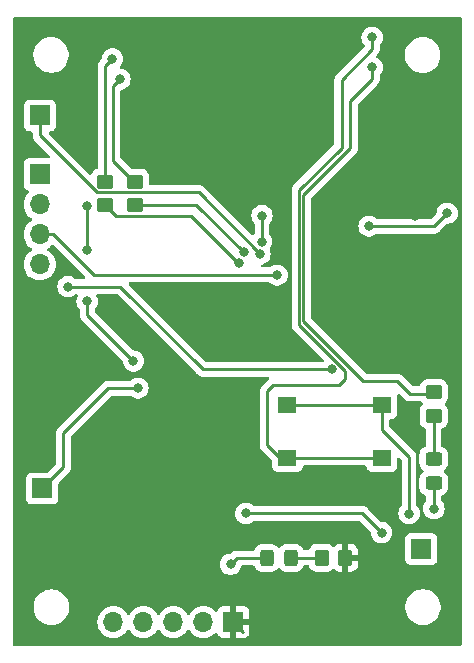
<source format=gbl>
G04 #@! TF.GenerationSoftware,KiCad,Pcbnew,7.0.10*
G04 #@! TF.CreationDate,2024-03-08T11:33:54-05:00*
G04 #@! TF.ProjectId,swipe-stack-glove,73776970-652d-4737-9461-636b2d676c6f,1*
G04 #@! TF.SameCoordinates,Original*
G04 #@! TF.FileFunction,Copper,L2,Bot*
G04 #@! TF.FilePolarity,Positive*
%FSLAX46Y46*%
G04 Gerber Fmt 4.6, Leading zero omitted, Abs format (unit mm)*
G04 Created by KiCad (PCBNEW 7.0.10) date 2024-03-08 11:33:54*
%MOMM*%
%LPD*%
G01*
G04 APERTURE LIST*
G04 Aperture macros list*
%AMRoundRect*
0 Rectangle with rounded corners*
0 $1 Rounding radius*
0 $2 $3 $4 $5 $6 $7 $8 $9 X,Y pos of 4 corners*
0 Add a 4 corners polygon primitive as box body*
4,1,4,$2,$3,$4,$5,$6,$7,$8,$9,$2,$3,0*
0 Add four circle primitives for the rounded corners*
1,1,$1+$1,$2,$3*
1,1,$1+$1,$4,$5*
1,1,$1+$1,$6,$7*
1,1,$1+$1,$8,$9*
0 Add four rect primitives between the rounded corners*
20,1,$1+$1,$2,$3,$4,$5,0*
20,1,$1+$1,$4,$5,$6,$7,0*
20,1,$1+$1,$6,$7,$8,$9,0*
20,1,$1+$1,$8,$9,$2,$3,0*%
G04 Aperture macros list end*
G04 #@! TA.AperFunction,ComponentPad*
%ADD10R,1.700000X1.700000*%
G04 #@! TD*
G04 #@! TA.AperFunction,ComponentPad*
%ADD11O,1.700000X1.700000*%
G04 #@! TD*
G04 #@! TA.AperFunction,SMDPad,CuDef*
%ADD12RoundRect,0.250000X-0.325000X-0.450000X0.325000X-0.450000X0.325000X0.450000X-0.325000X0.450000X0*%
G04 #@! TD*
G04 #@! TA.AperFunction,SMDPad,CuDef*
%ADD13R,1.600000X1.400000*%
G04 #@! TD*
G04 #@! TA.AperFunction,SMDPad,CuDef*
%ADD14RoundRect,0.250000X0.450000X-0.350000X0.450000X0.350000X-0.450000X0.350000X-0.450000X-0.350000X0*%
G04 #@! TD*
G04 #@! TA.AperFunction,SMDPad,CuDef*
%ADD15RoundRect,0.250000X-0.450000X0.350000X-0.450000X-0.350000X0.450000X-0.350000X0.450000X0.350000X0*%
G04 #@! TD*
G04 #@! TA.AperFunction,SMDPad,CuDef*
%ADD16RoundRect,0.250000X0.450000X-0.325000X0.450000X0.325000X-0.450000X0.325000X-0.450000X-0.325000X0*%
G04 #@! TD*
G04 #@! TA.AperFunction,SMDPad,CuDef*
%ADD17RoundRect,0.250000X0.350000X0.450000X-0.350000X0.450000X-0.350000X-0.450000X0.350000X-0.450000X0*%
G04 #@! TD*
G04 #@! TA.AperFunction,ViaPad*
%ADD18C,0.800000*%
G04 #@! TD*
G04 #@! TA.AperFunction,Conductor*
%ADD19C,0.250000*%
G04 #@! TD*
G04 #@! TA.AperFunction,Conductor*
%ADD20C,0.500000*%
G04 #@! TD*
G04 APERTURE END LIST*
D10*
X135650000Y-112620000D03*
X167730000Y-117750000D03*
X135450000Y-81040000D03*
X151830000Y-123940000D03*
D11*
X149290000Y-123940000D03*
X146750000Y-123940000D03*
X144210000Y-123940000D03*
X141670000Y-123940000D03*
D12*
X154650000Y-118500000D03*
X156700000Y-118500000D03*
D13*
X156392500Y-110030000D03*
X164392500Y-110030000D03*
X156392500Y-105530000D03*
X164392500Y-105530000D03*
D14*
X140970000Y-88630000D03*
X140970000Y-86630000D03*
D15*
X168790000Y-104470000D03*
X168790000Y-106470000D03*
D14*
X143510000Y-88630000D03*
X143510000Y-86630000D03*
D16*
X168780000Y-112162500D03*
X168780000Y-110112500D03*
D10*
X135430000Y-86020000D03*
D11*
X135430000Y-88560000D03*
X135430000Y-91100000D03*
X135430000Y-93640000D03*
D17*
X161300000Y-118480000D03*
X159300000Y-118480000D03*
D18*
X143354506Y-101837657D03*
X139470000Y-88700000D03*
X139446000Y-96774000D03*
X139450000Y-92460000D03*
X163310000Y-90410000D03*
X169920000Y-89320000D03*
X151590000Y-119040000D03*
X168800000Y-114320000D03*
X166700000Y-114740000D03*
X137980000Y-96950000D03*
X160022347Y-93777653D03*
X138640000Y-119080000D03*
X151410000Y-114850000D03*
X163420000Y-124260000D03*
X163710000Y-87090000D03*
X137990000Y-104980000D03*
X159560000Y-112650000D03*
X146190000Y-97120000D03*
X141030000Y-97780000D03*
X169180000Y-84250000D03*
X142260000Y-110250000D03*
X165100000Y-89270000D03*
X167160000Y-89570000D03*
X160138202Y-102540000D03*
X137820000Y-95520000D03*
X155525000Y-94565000D03*
X152288000Y-93539624D03*
X141580000Y-76240000D03*
X152686724Y-92623276D03*
X142220000Y-77970000D03*
X163576000Y-76962000D03*
X163576000Y-74422000D03*
X143748597Y-104124597D03*
X154069009Y-92781395D03*
X152880000Y-114730000D03*
X164375000Y-116355000D03*
X154250000Y-89510000D03*
X154220000Y-91720000D03*
D19*
X139450000Y-88720000D02*
X139470000Y-88700000D01*
X139446000Y-97929151D02*
X143354506Y-101837657D01*
X139450000Y-92460000D02*
X139450000Y-88720000D01*
X139446000Y-96774000D02*
X139446000Y-97929151D01*
X163310000Y-90410000D02*
X168830000Y-90410000D01*
X152130000Y-118500000D02*
X151590000Y-119040000D01*
X156392500Y-105530000D02*
X164392500Y-105530000D01*
X168830000Y-90410000D02*
X169920000Y-89320000D01*
X168780000Y-112162500D02*
X168780000Y-114300000D01*
X154650000Y-118500000D02*
X152130000Y-118500000D01*
X168780000Y-114300000D02*
X168800000Y-114320000D01*
X164392500Y-105530000D02*
X164392500Y-107632500D01*
X164392500Y-107632500D02*
X166700000Y-109940000D01*
X166700000Y-109940000D02*
X166700000Y-114740000D01*
X152627500Y-124737500D02*
X151830000Y-123940000D01*
D20*
X151830000Y-123940000D02*
X157970000Y-123940000D01*
D19*
X151830000Y-123720000D02*
X151880000Y-123670000D01*
X152172500Y-123940000D02*
X151830000Y-123940000D01*
X151830000Y-123940000D02*
X151830000Y-123720000D01*
X165230000Y-89400000D02*
X165100000Y-89270000D01*
X168790000Y-106470000D02*
X168790000Y-110102500D01*
X168790000Y-110102500D02*
X168780000Y-110112500D01*
X156720000Y-118480000D02*
X156700000Y-118500000D01*
X159300000Y-118480000D02*
X156720000Y-118480000D01*
X149280000Y-102540000D02*
X142260000Y-95520000D01*
X160138202Y-102540000D02*
X149280000Y-102540000D01*
X142260000Y-95520000D02*
X137820000Y-95520000D01*
X136566000Y-91100000D02*
X135430000Y-91100000D01*
X139996000Y-94530000D02*
X136566000Y-91100000D01*
X155490000Y-94530000D02*
X139996000Y-94530000D01*
X155525000Y-94565000D02*
X155490000Y-94530000D01*
X148225000Y-89555000D02*
X141895000Y-89555000D01*
X152288000Y-93539624D02*
X152209624Y-93539624D01*
X152209624Y-93539624D02*
X148225000Y-89555000D01*
X141895000Y-89555000D02*
X140970000Y-88630000D01*
X141580000Y-76240000D02*
X140970000Y-76850000D01*
X140970000Y-76850000D02*
X140970000Y-86630000D01*
X148693448Y-88630000D02*
X143510000Y-88630000D01*
X152686724Y-92623276D02*
X148693448Y-88630000D01*
X141630000Y-84880000D02*
X143380000Y-86630000D01*
X141630000Y-78560000D02*
X141630000Y-84880000D01*
X142220000Y-77970000D02*
X141630000Y-78560000D01*
X143380000Y-86630000D02*
X143510000Y-86630000D01*
X162810000Y-103530000D02*
X165670000Y-103530000D01*
X161730000Y-83830000D02*
X157757000Y-87803000D01*
X166750000Y-104610000D02*
X168650000Y-104610000D01*
X165670000Y-103530000D02*
X166750000Y-104610000D01*
X163576000Y-76962000D02*
X163576000Y-77978000D01*
X163576000Y-77978000D02*
X161730000Y-79824000D01*
X168650000Y-104610000D02*
X168790000Y-104470000D01*
X157757000Y-98477000D02*
X162810000Y-103530000D01*
X157757000Y-87803000D02*
X157757000Y-98477000D01*
X161730000Y-79824000D02*
X161730000Y-83830000D01*
X154686000Y-108966000D02*
X155750000Y-110030000D01*
X155194000Y-103886000D02*
X154686000Y-104394000D01*
X155750000Y-110030000D02*
X156392500Y-110030000D01*
X161005000Y-83755000D02*
X157380000Y-87380000D01*
X161290000Y-103378000D02*
X160782000Y-103886000D01*
X157380000Y-87380000D02*
X157380000Y-98756493D01*
X163576000Y-74422000D02*
X163576000Y-75438000D01*
X154686000Y-104394000D02*
X154686000Y-108966000D01*
X163576000Y-75438000D02*
X161005000Y-78009000D01*
X161290000Y-102666493D02*
X161290000Y-103378000D01*
X161005000Y-78009000D02*
X161005000Y-83755000D01*
X164392500Y-110030000D02*
X156392500Y-110030000D01*
X160782000Y-103886000D02*
X155194000Y-103886000D01*
X157380000Y-98756493D02*
X161290000Y-102666493D01*
X141245403Y-104124597D02*
X137440000Y-107930000D01*
X143748597Y-104124597D02*
X141245403Y-104124597D01*
X137440000Y-107930000D02*
X137440000Y-110830000D01*
X137440000Y-110830000D02*
X135650000Y-112620000D01*
X154069009Y-92739009D02*
X148885000Y-87555000D01*
X140274900Y-87555000D02*
X135450000Y-82730100D01*
X148885000Y-87555000D02*
X140274900Y-87555000D01*
X154069009Y-92781395D02*
X154069009Y-92739009D01*
X135450000Y-82730100D02*
X135450000Y-81040000D01*
X164375000Y-116355000D02*
X162750000Y-114730000D01*
X162750000Y-114730000D02*
X152880000Y-114730000D01*
X154250000Y-89510000D02*
X154250000Y-91690000D01*
X154250000Y-91690000D02*
X154220000Y-91720000D01*
G04 #@! TA.AperFunction,Conductor*
G36*
X171088539Y-72714185D02*
G01*
X171134294Y-72766989D01*
X171145500Y-72818500D01*
X171145500Y-125809500D01*
X171125815Y-125876539D01*
X171073011Y-125922294D01*
X171021500Y-125933500D01*
X133270500Y-125933500D01*
X133203461Y-125913815D01*
X133157706Y-125861011D01*
X133146500Y-125809500D01*
X133146500Y-122794334D01*
X134909500Y-122794334D01*
X134950429Y-123039616D01*
X135031169Y-123274802D01*
X135031172Y-123274811D01*
X135144114Y-123483509D01*
X135149526Y-123493509D01*
X135302262Y-123689744D01*
X135461744Y-123836557D01*
X135485217Y-123858166D01*
X135693393Y-123994173D01*
X135921118Y-124094063D01*
X136122686Y-124145107D01*
X136162179Y-124155108D01*
X136162181Y-124155108D01*
X136162186Y-124155109D01*
X136315589Y-124167819D01*
X136347933Y-124170500D01*
X136347937Y-124170500D01*
X136472063Y-124170500D01*
X136472067Y-124170500D01*
X136534677Y-124165311D01*
X136657813Y-124155109D01*
X136657816Y-124155108D01*
X136657821Y-124155108D01*
X136898881Y-124094063D01*
X137126607Y-123994173D01*
X137209525Y-123940000D01*
X140314341Y-123940000D01*
X140334936Y-124175403D01*
X140334938Y-124175413D01*
X140396094Y-124403655D01*
X140396096Y-124403659D01*
X140396097Y-124403663D01*
X140476004Y-124575023D01*
X140495965Y-124617830D01*
X140495967Y-124617834D01*
X140604281Y-124772521D01*
X140631505Y-124811401D01*
X140798599Y-124978495D01*
X140875135Y-125032086D01*
X140992165Y-125114032D01*
X140992167Y-125114033D01*
X140992170Y-125114035D01*
X141206337Y-125213903D01*
X141434592Y-125275063D01*
X141605319Y-125290000D01*
X141669999Y-125295659D01*
X141670000Y-125295659D01*
X141670001Y-125295659D01*
X141734681Y-125290000D01*
X141905408Y-125275063D01*
X142133663Y-125213903D01*
X142347830Y-125114035D01*
X142541401Y-124978495D01*
X142708495Y-124811401D01*
X142838425Y-124625842D01*
X142893002Y-124582217D01*
X142962500Y-124575023D01*
X143024855Y-124606546D01*
X143041575Y-124625842D01*
X143171500Y-124811395D01*
X143171505Y-124811401D01*
X143338599Y-124978495D01*
X143415135Y-125032086D01*
X143532165Y-125114032D01*
X143532167Y-125114033D01*
X143532170Y-125114035D01*
X143746337Y-125213903D01*
X143974592Y-125275063D01*
X144145319Y-125290000D01*
X144209999Y-125295659D01*
X144210000Y-125295659D01*
X144210001Y-125295659D01*
X144274681Y-125290000D01*
X144445408Y-125275063D01*
X144673663Y-125213903D01*
X144887830Y-125114035D01*
X145081401Y-124978495D01*
X145248495Y-124811401D01*
X145378425Y-124625842D01*
X145433002Y-124582217D01*
X145502500Y-124575023D01*
X145564855Y-124606546D01*
X145581575Y-124625842D01*
X145711500Y-124811395D01*
X145711505Y-124811401D01*
X145878599Y-124978495D01*
X145955135Y-125032086D01*
X146072165Y-125114032D01*
X146072167Y-125114033D01*
X146072170Y-125114035D01*
X146286337Y-125213903D01*
X146514592Y-125275063D01*
X146685319Y-125290000D01*
X146749999Y-125295659D01*
X146750000Y-125295659D01*
X146750001Y-125295659D01*
X146814681Y-125290000D01*
X146985408Y-125275063D01*
X147213663Y-125213903D01*
X147427830Y-125114035D01*
X147621401Y-124978495D01*
X147788495Y-124811401D01*
X147918425Y-124625842D01*
X147973002Y-124582217D01*
X148042500Y-124575023D01*
X148104855Y-124606546D01*
X148121575Y-124625842D01*
X148251500Y-124811395D01*
X148251505Y-124811401D01*
X148418599Y-124978495D01*
X148495135Y-125032086D01*
X148612165Y-125114032D01*
X148612167Y-125114033D01*
X148612170Y-125114035D01*
X148826337Y-125213903D01*
X149054592Y-125275063D01*
X149225319Y-125290000D01*
X149289999Y-125295659D01*
X149290000Y-125295659D01*
X149290001Y-125295659D01*
X149354681Y-125290000D01*
X149525408Y-125275063D01*
X149753663Y-125213903D01*
X149967830Y-125114035D01*
X150161401Y-124978495D01*
X150283717Y-124856178D01*
X150345036Y-124822696D01*
X150414728Y-124827680D01*
X150470662Y-124869551D01*
X150487577Y-124900528D01*
X150536646Y-125032088D01*
X150536649Y-125032093D01*
X150622809Y-125147187D01*
X150622812Y-125147190D01*
X150737906Y-125233350D01*
X150737913Y-125233354D01*
X150872620Y-125283596D01*
X150872627Y-125283598D01*
X150932155Y-125289999D01*
X150932172Y-125290000D01*
X151580000Y-125290000D01*
X151580000Y-124375501D01*
X151687685Y-124424680D01*
X151794237Y-124440000D01*
X151865763Y-124440000D01*
X151972315Y-124424680D01*
X152080000Y-124375501D01*
X152080000Y-125290000D01*
X152727828Y-125290000D01*
X152727844Y-125289999D01*
X152787372Y-125283598D01*
X152787379Y-125283596D01*
X152922086Y-125233354D01*
X152922093Y-125233350D01*
X153037187Y-125147190D01*
X153037190Y-125147187D01*
X153123350Y-125032093D01*
X153123354Y-125032086D01*
X153173596Y-124897379D01*
X153173598Y-124897372D01*
X153179999Y-124837844D01*
X153180000Y-124837827D01*
X153180000Y-124190000D01*
X152263686Y-124190000D01*
X152289493Y-124149844D01*
X152330000Y-124011889D01*
X152330000Y-123868111D01*
X152289493Y-123730156D01*
X152263686Y-123690000D01*
X153180000Y-123690000D01*
X153180000Y-123042172D01*
X153179999Y-123042155D01*
X153173598Y-122982627D01*
X153173596Y-122982620D01*
X153123354Y-122847913D01*
X153123350Y-122847906D01*
X153075760Y-122784334D01*
X166379500Y-122784334D01*
X166420429Y-123029616D01*
X166501169Y-123264802D01*
X166501172Y-123264811D01*
X166615648Y-123476344D01*
X166619526Y-123483509D01*
X166772262Y-123679744D01*
X166931744Y-123826557D01*
X166955217Y-123848166D01*
X167163393Y-123984173D01*
X167391118Y-124084063D01*
X167632175Y-124145107D01*
X167632179Y-124145108D01*
X167632181Y-124145108D01*
X167632186Y-124145109D01*
X167785589Y-124157819D01*
X167817933Y-124160500D01*
X167817937Y-124160500D01*
X167942063Y-124160500D01*
X167942067Y-124160500D01*
X168007151Y-124155107D01*
X168127813Y-124145109D01*
X168127816Y-124145108D01*
X168127821Y-124145108D01*
X168368881Y-124084063D01*
X168596607Y-123984173D01*
X168804785Y-123848164D01*
X168987738Y-123679744D01*
X169140474Y-123483509D01*
X169258828Y-123264810D01*
X169339571Y-123029614D01*
X169380500Y-122784335D01*
X169380500Y-122535665D01*
X169339571Y-122290386D01*
X169258828Y-122055190D01*
X169140474Y-121836491D01*
X168987738Y-121640256D01*
X168804785Y-121471836D01*
X168804782Y-121471833D01*
X168596606Y-121335826D01*
X168368881Y-121235936D01*
X168127824Y-121174892D01*
X168127813Y-121174890D01*
X167942077Y-121159500D01*
X167942067Y-121159500D01*
X167817933Y-121159500D01*
X167817922Y-121159500D01*
X167632186Y-121174890D01*
X167632175Y-121174892D01*
X167391118Y-121235936D01*
X167163393Y-121335826D01*
X166955217Y-121471833D01*
X166772261Y-121640257D01*
X166619524Y-121836493D01*
X166501172Y-122055188D01*
X166501169Y-122055197D01*
X166420429Y-122290383D01*
X166379500Y-122535665D01*
X166379500Y-122784334D01*
X153075760Y-122784334D01*
X153037190Y-122732812D01*
X153037187Y-122732809D01*
X152922093Y-122646649D01*
X152922086Y-122646645D01*
X152787379Y-122596403D01*
X152787372Y-122596401D01*
X152727844Y-122590000D01*
X152080000Y-122590000D01*
X152080000Y-123504498D01*
X151972315Y-123455320D01*
X151865763Y-123440000D01*
X151794237Y-123440000D01*
X151687685Y-123455320D01*
X151580000Y-123504498D01*
X151580000Y-122590000D01*
X150932155Y-122590000D01*
X150872627Y-122596401D01*
X150872620Y-122596403D01*
X150737913Y-122646645D01*
X150737906Y-122646649D01*
X150622812Y-122732809D01*
X150622809Y-122732812D01*
X150536649Y-122847906D01*
X150536645Y-122847913D01*
X150487578Y-122979470D01*
X150445707Y-123035404D01*
X150380242Y-123059821D01*
X150311969Y-123044969D01*
X150283715Y-123023819D01*
X150239366Y-122979470D01*
X150161401Y-122901505D01*
X150161397Y-122901502D01*
X150161396Y-122901501D01*
X149967834Y-122765967D01*
X149967830Y-122765965D01*
X149896727Y-122732809D01*
X149753663Y-122666097D01*
X149753659Y-122666096D01*
X149753655Y-122666094D01*
X149525413Y-122604938D01*
X149525403Y-122604936D01*
X149290001Y-122584341D01*
X149289999Y-122584341D01*
X149054596Y-122604936D01*
X149054586Y-122604938D01*
X148826344Y-122666094D01*
X148826335Y-122666098D01*
X148612171Y-122765964D01*
X148612169Y-122765965D01*
X148418597Y-122901505D01*
X148251505Y-123068597D01*
X148121575Y-123254158D01*
X148066998Y-123297783D01*
X147997500Y-123304977D01*
X147935145Y-123273454D01*
X147918425Y-123254158D01*
X147788494Y-123068597D01*
X147621402Y-122901506D01*
X147621395Y-122901501D01*
X147427834Y-122765967D01*
X147427830Y-122765965D01*
X147356727Y-122732809D01*
X147213663Y-122666097D01*
X147213659Y-122666096D01*
X147213655Y-122666094D01*
X146985413Y-122604938D01*
X146985403Y-122604936D01*
X146750001Y-122584341D01*
X146749999Y-122584341D01*
X146514596Y-122604936D01*
X146514586Y-122604938D01*
X146286344Y-122666094D01*
X146286335Y-122666098D01*
X146072171Y-122765964D01*
X146072169Y-122765965D01*
X145878597Y-122901505D01*
X145711505Y-123068597D01*
X145581575Y-123254158D01*
X145526998Y-123297783D01*
X145457500Y-123304977D01*
X145395145Y-123273454D01*
X145378425Y-123254158D01*
X145248494Y-123068597D01*
X145081402Y-122901506D01*
X145081395Y-122901501D01*
X144887834Y-122765967D01*
X144887830Y-122765965D01*
X144816727Y-122732809D01*
X144673663Y-122666097D01*
X144673659Y-122666096D01*
X144673655Y-122666094D01*
X144445413Y-122604938D01*
X144445403Y-122604936D01*
X144210001Y-122584341D01*
X144209999Y-122584341D01*
X143974596Y-122604936D01*
X143974586Y-122604938D01*
X143746344Y-122666094D01*
X143746335Y-122666098D01*
X143532171Y-122765964D01*
X143532169Y-122765965D01*
X143338597Y-122901505D01*
X143171505Y-123068597D01*
X143041575Y-123254158D01*
X142986998Y-123297783D01*
X142917500Y-123304977D01*
X142855145Y-123273454D01*
X142838425Y-123254158D01*
X142708494Y-123068597D01*
X142541402Y-122901506D01*
X142541395Y-122901501D01*
X142347834Y-122765967D01*
X142347830Y-122765965D01*
X142276727Y-122732809D01*
X142133663Y-122666097D01*
X142133659Y-122666096D01*
X142133655Y-122666094D01*
X141905413Y-122604938D01*
X141905403Y-122604936D01*
X141670001Y-122584341D01*
X141669999Y-122584341D01*
X141434596Y-122604936D01*
X141434586Y-122604938D01*
X141206344Y-122666094D01*
X141206335Y-122666098D01*
X140992171Y-122765964D01*
X140992169Y-122765965D01*
X140798597Y-122901505D01*
X140631505Y-123068597D01*
X140495965Y-123262169D01*
X140495964Y-123262171D01*
X140396098Y-123476335D01*
X140396094Y-123476344D01*
X140334938Y-123704586D01*
X140334936Y-123704596D01*
X140314341Y-123939999D01*
X140314341Y-123940000D01*
X137209525Y-123940000D01*
X137334785Y-123858164D01*
X137517738Y-123689744D01*
X137670474Y-123493509D01*
X137788828Y-123274810D01*
X137869571Y-123039614D01*
X137910500Y-122794335D01*
X137910500Y-122545665D01*
X137869571Y-122300386D01*
X137788828Y-122065190D01*
X137670474Y-121846491D01*
X137517738Y-121650256D01*
X137334785Y-121481836D01*
X137334782Y-121481833D01*
X137126606Y-121345826D01*
X136898881Y-121245936D01*
X136657824Y-121184892D01*
X136657813Y-121184890D01*
X136472077Y-121169500D01*
X136472067Y-121169500D01*
X136347933Y-121169500D01*
X136347922Y-121169500D01*
X136162186Y-121184890D01*
X136162175Y-121184892D01*
X135921118Y-121245936D01*
X135693393Y-121345826D01*
X135485217Y-121481833D01*
X135302261Y-121650257D01*
X135149524Y-121846493D01*
X135031172Y-122065188D01*
X135031169Y-122065197D01*
X134950429Y-122300383D01*
X134909500Y-122545665D01*
X134909500Y-122794334D01*
X133146500Y-122794334D01*
X133146500Y-119040000D01*
X150684540Y-119040000D01*
X150704326Y-119228256D01*
X150704327Y-119228259D01*
X150762818Y-119408277D01*
X150762821Y-119408284D01*
X150857467Y-119572216D01*
X150954515Y-119679998D01*
X150984129Y-119712888D01*
X151137265Y-119824148D01*
X151137270Y-119824151D01*
X151310192Y-119901142D01*
X151310197Y-119901144D01*
X151495354Y-119940500D01*
X151495355Y-119940500D01*
X151684644Y-119940500D01*
X151684646Y-119940500D01*
X151869803Y-119901144D01*
X152042730Y-119824151D01*
X152195871Y-119712888D01*
X152322533Y-119572216D01*
X152417179Y-119408284D01*
X152475674Y-119228256D01*
X152475675Y-119228241D01*
X152476636Y-119223725D01*
X152509826Y-119162242D01*
X152570987Y-119128462D01*
X152597928Y-119125500D01*
X153502983Y-119125500D01*
X153570022Y-119145185D01*
X153615777Y-119197989D01*
X153620686Y-119210489D01*
X153640186Y-119269334D01*
X153732288Y-119418656D01*
X153856344Y-119542712D01*
X154005666Y-119634814D01*
X154172203Y-119689999D01*
X154274991Y-119700500D01*
X155025008Y-119700499D01*
X155025016Y-119700498D01*
X155025019Y-119700498D01*
X155081302Y-119694748D01*
X155127797Y-119689999D01*
X155294334Y-119634814D01*
X155443656Y-119542712D01*
X155567712Y-119418656D01*
X155569461Y-119415819D01*
X155571169Y-119414283D01*
X155572193Y-119412989D01*
X155572414Y-119413163D01*
X155621406Y-119369096D01*
X155690368Y-119357872D01*
X155754451Y-119385713D01*
X155780537Y-119415817D01*
X155782288Y-119418656D01*
X155906344Y-119542712D01*
X156055666Y-119634814D01*
X156222203Y-119689999D01*
X156324991Y-119700500D01*
X157075008Y-119700499D01*
X157075016Y-119700498D01*
X157075019Y-119700498D01*
X157131302Y-119694748D01*
X157177797Y-119689999D01*
X157344334Y-119634814D01*
X157493656Y-119542712D01*
X157617712Y-119418656D01*
X157709814Y-119269334D01*
X157735938Y-119190495D01*
X157775711Y-119133051D01*
X157840227Y-119106228D01*
X157853644Y-119105500D01*
X158127983Y-119105500D01*
X158195022Y-119125185D01*
X158240777Y-119177989D01*
X158245686Y-119190489D01*
X158265186Y-119249334D01*
X158357288Y-119398656D01*
X158481344Y-119522712D01*
X158630666Y-119614814D01*
X158797203Y-119669999D01*
X158899991Y-119680500D01*
X159700008Y-119680499D01*
X159700016Y-119680498D01*
X159700019Y-119680498D01*
X159756302Y-119674748D01*
X159802797Y-119669999D01*
X159969334Y-119614814D01*
X160118656Y-119522712D01*
X160212675Y-119428692D01*
X160273994Y-119395210D01*
X160343686Y-119400194D01*
X160388034Y-119428695D01*
X160481654Y-119522315D01*
X160630875Y-119614356D01*
X160630880Y-119614358D01*
X160797302Y-119669505D01*
X160797309Y-119669506D01*
X160900019Y-119679999D01*
X161049999Y-119679999D01*
X161050000Y-119679998D01*
X161050000Y-118730000D01*
X161550000Y-118730000D01*
X161550000Y-119679999D01*
X161699972Y-119679999D01*
X161699986Y-119679998D01*
X161802697Y-119669505D01*
X161969119Y-119614358D01*
X161969124Y-119614356D01*
X162118345Y-119522315D01*
X162242315Y-119398345D01*
X162334356Y-119249124D01*
X162334358Y-119249119D01*
X162389505Y-119082697D01*
X162389506Y-119082690D01*
X162399999Y-118979986D01*
X162400000Y-118979973D01*
X162400000Y-118730000D01*
X161550000Y-118730000D01*
X161050000Y-118730000D01*
X161050000Y-118647870D01*
X166379500Y-118647870D01*
X166379501Y-118647876D01*
X166385908Y-118707483D01*
X166436202Y-118842328D01*
X166436206Y-118842335D01*
X166522452Y-118957544D01*
X166522455Y-118957547D01*
X166637664Y-119043793D01*
X166637671Y-119043797D01*
X166772517Y-119094091D01*
X166772516Y-119094091D01*
X166779444Y-119094835D01*
X166832127Y-119100500D01*
X168627872Y-119100499D01*
X168687483Y-119094091D01*
X168822331Y-119043796D01*
X168937546Y-118957546D01*
X169023796Y-118842331D01*
X169074091Y-118707483D01*
X169080500Y-118647873D01*
X169080499Y-116852128D01*
X169074091Y-116792517D01*
X169023796Y-116657669D01*
X169023795Y-116657668D01*
X169023793Y-116657664D01*
X168937547Y-116542455D01*
X168937544Y-116542452D01*
X168822335Y-116456206D01*
X168822328Y-116456202D01*
X168687482Y-116405908D01*
X168687483Y-116405908D01*
X168627883Y-116399501D01*
X168627881Y-116399500D01*
X168627873Y-116399500D01*
X168627864Y-116399500D01*
X166832129Y-116399500D01*
X166832123Y-116399501D01*
X166772516Y-116405908D01*
X166637671Y-116456202D01*
X166637664Y-116456206D01*
X166522455Y-116542452D01*
X166522452Y-116542455D01*
X166436206Y-116657664D01*
X166436202Y-116657671D01*
X166385908Y-116792517D01*
X166379501Y-116852116D01*
X166379501Y-116852123D01*
X166379500Y-116852135D01*
X166379500Y-118647870D01*
X161050000Y-118647870D01*
X161050000Y-117280000D01*
X161550000Y-117280000D01*
X161550000Y-118230000D01*
X162399999Y-118230000D01*
X162399999Y-117980028D01*
X162399998Y-117980013D01*
X162389505Y-117877302D01*
X162334358Y-117710880D01*
X162334356Y-117710875D01*
X162242315Y-117561654D01*
X162118345Y-117437684D01*
X161969124Y-117345643D01*
X161969119Y-117345641D01*
X161802697Y-117290494D01*
X161802690Y-117290493D01*
X161699986Y-117280000D01*
X161550000Y-117280000D01*
X161050000Y-117280000D01*
X160900027Y-117280000D01*
X160900012Y-117280001D01*
X160797302Y-117290494D01*
X160630880Y-117345641D01*
X160630875Y-117345643D01*
X160481657Y-117437682D01*
X160388034Y-117531305D01*
X160326710Y-117564789D01*
X160257019Y-117559805D01*
X160212672Y-117531304D01*
X160118657Y-117437289D01*
X160118656Y-117437288D01*
X160001761Y-117365187D01*
X159969336Y-117345187D01*
X159969331Y-117345185D01*
X159967862Y-117344698D01*
X159802797Y-117290001D01*
X159802795Y-117290000D01*
X159700010Y-117279500D01*
X158899998Y-117279500D01*
X158899980Y-117279501D01*
X158797203Y-117290000D01*
X158797200Y-117290001D01*
X158630668Y-117345185D01*
X158630663Y-117345187D01*
X158481342Y-117437289D01*
X158357289Y-117561342D01*
X158265187Y-117710663D01*
X158265186Y-117710666D01*
X158245689Y-117769505D01*
X158205916Y-117826949D01*
X158141400Y-117853772D01*
X158127983Y-117854500D01*
X157840390Y-117854500D01*
X157773351Y-117834815D01*
X157727596Y-117782011D01*
X157722684Y-117769505D01*
X157709814Y-117730666D01*
X157617712Y-117581344D01*
X157493656Y-117457288D01*
X157344334Y-117365186D01*
X157177797Y-117310001D01*
X157177795Y-117310000D01*
X157075010Y-117299500D01*
X156324998Y-117299500D01*
X156324980Y-117299501D01*
X156222203Y-117310000D01*
X156222200Y-117310001D01*
X156055668Y-117365185D01*
X156055663Y-117365187D01*
X155906342Y-117457289D01*
X155782285Y-117581346D01*
X155780537Y-117584182D01*
X155778829Y-117585717D01*
X155777807Y-117587011D01*
X155777585Y-117586836D01*
X155728589Y-117630905D01*
X155659626Y-117642126D01*
X155595544Y-117614282D01*
X155569463Y-117584182D01*
X155567714Y-117581346D01*
X155443657Y-117457289D01*
X155443656Y-117457288D01*
X155294334Y-117365186D01*
X155127797Y-117310001D01*
X155127795Y-117310000D01*
X155025010Y-117299500D01*
X154274998Y-117299500D01*
X154274980Y-117299501D01*
X154172203Y-117310000D01*
X154172200Y-117310001D01*
X154005668Y-117365185D01*
X154005663Y-117365187D01*
X153856342Y-117457289D01*
X153732289Y-117581342D01*
X153640187Y-117730663D01*
X153640186Y-117730666D01*
X153620689Y-117789505D01*
X153580916Y-117846949D01*
X153516400Y-117873772D01*
X153502983Y-117874500D01*
X152212737Y-117874500D01*
X152197120Y-117872776D01*
X152197093Y-117873062D01*
X152189331Y-117872327D01*
X152122144Y-117874439D01*
X152118250Y-117874500D01*
X152090650Y-117874500D01*
X152086962Y-117874965D01*
X152086649Y-117875005D01*
X152075031Y-117875918D01*
X152031377Y-117877290D01*
X152031367Y-117877292D01*
X152012134Y-117882879D01*
X151993094Y-117886822D01*
X151973217Y-117889334D01*
X151973210Y-117889335D01*
X151973208Y-117889336D01*
X151973206Y-117889336D01*
X151973205Y-117889337D01*
X151932584Y-117905419D01*
X151921537Y-117909201D01*
X151879611Y-117921382D01*
X151879608Y-117921383D01*
X151862363Y-117931581D01*
X151844901Y-117940135D01*
X151826272Y-117947511D01*
X151826267Y-117947514D01*
X151790926Y-117973189D01*
X151781168Y-117979599D01*
X151743580Y-118001828D01*
X151729408Y-118016000D01*
X151714623Y-118028628D01*
X151698411Y-118040407D01*
X151698408Y-118040411D01*
X151670574Y-118074054D01*
X151662717Y-118082689D01*
X151642228Y-118103179D01*
X151580906Y-118136666D01*
X151554545Y-118139500D01*
X151495354Y-118139500D01*
X151462897Y-118146398D01*
X151310197Y-118178855D01*
X151310192Y-118178857D01*
X151137270Y-118255848D01*
X151137265Y-118255851D01*
X150984129Y-118367111D01*
X150857466Y-118507785D01*
X150762821Y-118671715D01*
X150762818Y-118671722D01*
X150707385Y-118842328D01*
X150704326Y-118851744D01*
X150684540Y-119040000D01*
X133146500Y-119040000D01*
X133146500Y-114730000D01*
X151974540Y-114730000D01*
X151994326Y-114918256D01*
X151994327Y-114918259D01*
X152052818Y-115098277D01*
X152052821Y-115098284D01*
X152147467Y-115262216D01*
X152249185Y-115375185D01*
X152274129Y-115402888D01*
X152427265Y-115514148D01*
X152427270Y-115514151D01*
X152600192Y-115591142D01*
X152600197Y-115591144D01*
X152785354Y-115630500D01*
X152785355Y-115630500D01*
X152974644Y-115630500D01*
X152974646Y-115630500D01*
X153159803Y-115591144D01*
X153332730Y-115514151D01*
X153485871Y-115402888D01*
X153488788Y-115399647D01*
X153491600Y-115396526D01*
X153551087Y-115359879D01*
X153583748Y-115355500D01*
X162439548Y-115355500D01*
X162506587Y-115375185D01*
X162527229Y-115391819D01*
X163436038Y-116300629D01*
X163469523Y-116361952D01*
X163471678Y-116375348D01*
X163479968Y-116454227D01*
X163489326Y-116543256D01*
X163489327Y-116543259D01*
X163547818Y-116723277D01*
X163547821Y-116723284D01*
X163642467Y-116887216D01*
X163769129Y-117027888D01*
X163922265Y-117139148D01*
X163922270Y-117139151D01*
X164095192Y-117216142D01*
X164095197Y-117216144D01*
X164280354Y-117255500D01*
X164280355Y-117255500D01*
X164469644Y-117255500D01*
X164469646Y-117255500D01*
X164654803Y-117216144D01*
X164827730Y-117139151D01*
X164980871Y-117027888D01*
X165107533Y-116887216D01*
X165202179Y-116723284D01*
X165260674Y-116543256D01*
X165280460Y-116355000D01*
X165260674Y-116166744D01*
X165202179Y-115986716D01*
X165107533Y-115822784D01*
X164980871Y-115682112D01*
X164923597Y-115640500D01*
X164827734Y-115570851D01*
X164827729Y-115570848D01*
X164654807Y-115493857D01*
X164654802Y-115493855D01*
X164509001Y-115462865D01*
X164469646Y-115454500D01*
X164469645Y-115454500D01*
X164410452Y-115454500D01*
X164343413Y-115434815D01*
X164322771Y-115418181D01*
X163250803Y-114346212D01*
X163240980Y-114333950D01*
X163240759Y-114334134D01*
X163235786Y-114328122D01*
X163186776Y-114282099D01*
X163183977Y-114279386D01*
X163164477Y-114259885D01*
X163164471Y-114259880D01*
X163161286Y-114257409D01*
X163152434Y-114249848D01*
X163120582Y-114219938D01*
X163120580Y-114219936D01*
X163120577Y-114219935D01*
X163103029Y-114210288D01*
X163086763Y-114199604D01*
X163070932Y-114187324D01*
X163030849Y-114169978D01*
X163020363Y-114164841D01*
X162982094Y-114143803D01*
X162982092Y-114143802D01*
X162962693Y-114138822D01*
X162944281Y-114132518D01*
X162925898Y-114124562D01*
X162925892Y-114124560D01*
X162882760Y-114117729D01*
X162871322Y-114115361D01*
X162829020Y-114104500D01*
X162829019Y-114104500D01*
X162808984Y-114104500D01*
X162789586Y-114102973D01*
X162782162Y-114101797D01*
X162769805Y-114099840D01*
X162769804Y-114099840D01*
X162726325Y-114103950D01*
X162714656Y-114104500D01*
X153583748Y-114104500D01*
X153516709Y-114084815D01*
X153491600Y-114063474D01*
X153485873Y-114057114D01*
X153485869Y-114057110D01*
X153332734Y-113945851D01*
X153332729Y-113945848D01*
X153159807Y-113868857D01*
X153159802Y-113868855D01*
X153014001Y-113837865D01*
X152974646Y-113829500D01*
X152785354Y-113829500D01*
X152752897Y-113836398D01*
X152600197Y-113868855D01*
X152600192Y-113868857D01*
X152427270Y-113945848D01*
X152427265Y-113945851D01*
X152274129Y-114057111D01*
X152147466Y-114197785D01*
X152052821Y-114361715D01*
X152052818Y-114361722D01*
X152005207Y-114508256D01*
X151994326Y-114541744D01*
X151974540Y-114730000D01*
X133146500Y-114730000D01*
X133146500Y-113517870D01*
X134299500Y-113517870D01*
X134299501Y-113517876D01*
X134305908Y-113577483D01*
X134356202Y-113712328D01*
X134356206Y-113712335D01*
X134442452Y-113827544D01*
X134442455Y-113827547D01*
X134557664Y-113913793D01*
X134557671Y-113913797D01*
X134692517Y-113964091D01*
X134692516Y-113964091D01*
X134699444Y-113964835D01*
X134752127Y-113970500D01*
X136547872Y-113970499D01*
X136607483Y-113964091D01*
X136742331Y-113913796D01*
X136857546Y-113827546D01*
X136943796Y-113712331D01*
X136994091Y-113577483D01*
X137000500Y-113517873D01*
X137000499Y-112205451D01*
X137020184Y-112138413D01*
X137036813Y-112117776D01*
X137823788Y-111330801D01*
X137836042Y-111320986D01*
X137835859Y-111320764D01*
X137841868Y-111315791D01*
X137841877Y-111315786D01*
X137887949Y-111266722D01*
X137890566Y-111264023D01*
X137910120Y-111244471D01*
X137912576Y-111241303D01*
X137920156Y-111232427D01*
X137950062Y-111200582D01*
X137959713Y-111183024D01*
X137970396Y-111166761D01*
X137982673Y-111150936D01*
X138000021Y-111110844D01*
X138005151Y-111100371D01*
X138026197Y-111062092D01*
X138031180Y-111042680D01*
X138037481Y-111024280D01*
X138045437Y-111005896D01*
X138052270Y-110962748D01*
X138054633Y-110951338D01*
X138065500Y-110909019D01*
X138065500Y-110888983D01*
X138067027Y-110869582D01*
X138070160Y-110849804D01*
X138066050Y-110806324D01*
X138065500Y-110794655D01*
X138065500Y-108240452D01*
X138085185Y-108173413D01*
X138101819Y-108152771D01*
X141468174Y-104786416D01*
X141529497Y-104752931D01*
X141555855Y-104750097D01*
X143044849Y-104750097D01*
X143111888Y-104769782D01*
X143136997Y-104791123D01*
X143142723Y-104797482D01*
X143142727Y-104797486D01*
X143295862Y-104908745D01*
X143295867Y-104908748D01*
X143468789Y-104985739D01*
X143468794Y-104985741D01*
X143653951Y-105025097D01*
X143653952Y-105025097D01*
X143843241Y-105025097D01*
X143843243Y-105025097D01*
X144028400Y-104985741D01*
X144201327Y-104908748D01*
X144354468Y-104797485D01*
X144481130Y-104656813D01*
X144575776Y-104492881D01*
X144634271Y-104312853D01*
X144654057Y-104124597D01*
X144634271Y-103936341D01*
X144575776Y-103756313D01*
X144481130Y-103592381D01*
X144354468Y-103451709D01*
X144354467Y-103451708D01*
X144201331Y-103340448D01*
X144201326Y-103340445D01*
X144028404Y-103263454D01*
X144028399Y-103263452D01*
X143882598Y-103232462D01*
X143843243Y-103224097D01*
X143653951Y-103224097D01*
X143621494Y-103230995D01*
X143468794Y-103263452D01*
X143468789Y-103263454D01*
X143295867Y-103340445D01*
X143295862Y-103340448D01*
X143142727Y-103451707D01*
X143142723Y-103451711D01*
X143136997Y-103458071D01*
X143077510Y-103494718D01*
X143044849Y-103499097D01*
X141328146Y-103499097D01*
X141312525Y-103497372D01*
X141312498Y-103497658D01*
X141304736Y-103496923D01*
X141237516Y-103499036D01*
X141233622Y-103499097D01*
X141206053Y-103499097D01*
X141202076Y-103499599D01*
X141190445Y-103500514D01*
X141146777Y-103501886D01*
X141146771Y-103501887D01*
X141127529Y-103507477D01*
X141108490Y-103511420D01*
X141088620Y-103513931D01*
X141088606Y-103513934D01*
X141048001Y-103530010D01*
X141036957Y-103533791D01*
X140995017Y-103545976D01*
X140995013Y-103545978D01*
X140977769Y-103556176D01*
X140960308Y-103564730D01*
X140941677Y-103572107D01*
X140941665Y-103572114D01*
X140906336Y-103597782D01*
X140896576Y-103604193D01*
X140858983Y-103626426D01*
X140844817Y-103640592D01*
X140830027Y-103653224D01*
X140813817Y-103665001D01*
X140813814Y-103665004D01*
X140785976Y-103698655D01*
X140778114Y-103707294D01*
X137056208Y-107429199D01*
X137043951Y-107439020D01*
X137044134Y-107439241D01*
X137038122Y-107444214D01*
X136992098Y-107493223D01*
X136989391Y-107496016D01*
X136969889Y-107515517D01*
X136969875Y-107515534D01*
X136967407Y-107518715D01*
X136959843Y-107527570D01*
X136929937Y-107559418D01*
X136929936Y-107559420D01*
X136920284Y-107576976D01*
X136909610Y-107593226D01*
X136897329Y-107609061D01*
X136897324Y-107609068D01*
X136879975Y-107649158D01*
X136874838Y-107659644D01*
X136853803Y-107697906D01*
X136848822Y-107717307D01*
X136842521Y-107735710D01*
X136834562Y-107754102D01*
X136834561Y-107754105D01*
X136827728Y-107797243D01*
X136825360Y-107808674D01*
X136814501Y-107850971D01*
X136814500Y-107850982D01*
X136814500Y-107871016D01*
X136812973Y-107890415D01*
X136809840Y-107910194D01*
X136809840Y-107910195D01*
X136813950Y-107953674D01*
X136814500Y-107965343D01*
X136814500Y-110519546D01*
X136794815Y-110586585D01*
X136778181Y-110607227D01*
X136152227Y-111233181D01*
X136090904Y-111266666D01*
X136064546Y-111269500D01*
X134752129Y-111269500D01*
X134752123Y-111269501D01*
X134692516Y-111275908D01*
X134557671Y-111326202D01*
X134557664Y-111326206D01*
X134442455Y-111412452D01*
X134442452Y-111412455D01*
X134356206Y-111527664D01*
X134356202Y-111527671D01*
X134305908Y-111662517D01*
X134299501Y-111722116D01*
X134299500Y-111722135D01*
X134299500Y-113517870D01*
X133146500Y-113517870D01*
X133146500Y-93640000D01*
X134074341Y-93640000D01*
X134094936Y-93875403D01*
X134094938Y-93875413D01*
X134156094Y-94103655D01*
X134156096Y-94103659D01*
X134156097Y-94103663D01*
X134255965Y-94317830D01*
X134255967Y-94317834D01*
X134297214Y-94376740D01*
X134391505Y-94511401D01*
X134558599Y-94678495D01*
X134640509Y-94735849D01*
X134752165Y-94814032D01*
X134752167Y-94814033D01*
X134752170Y-94814035D01*
X134966337Y-94913903D01*
X135194592Y-94975063D01*
X135382918Y-94991539D01*
X135429999Y-94995659D01*
X135430000Y-94995659D01*
X135430001Y-94995659D01*
X135469234Y-94992226D01*
X135665408Y-94975063D01*
X135893663Y-94913903D01*
X136107830Y-94814035D01*
X136301401Y-94678495D01*
X136468495Y-94511401D01*
X136604035Y-94317830D01*
X136703903Y-94103663D01*
X136765063Y-93875408D01*
X136785659Y-93640000D01*
X136765063Y-93404592D01*
X136703903Y-93176337D01*
X136604035Y-92962171D01*
X136468495Y-92768599D01*
X136468494Y-92768597D01*
X136301402Y-92601506D01*
X136301396Y-92601501D01*
X136115842Y-92471575D01*
X136072217Y-92416998D01*
X136065023Y-92347500D01*
X136096546Y-92285145D01*
X136115842Y-92268425D01*
X136173630Y-92227961D01*
X136301401Y-92138495D01*
X136422972Y-92016924D01*
X136484295Y-91983439D01*
X136553987Y-91988423D01*
X136598334Y-92016924D01*
X139264229Y-94682819D01*
X139297714Y-94744142D01*
X139292730Y-94813834D01*
X139250858Y-94869767D01*
X139185394Y-94894184D01*
X139176548Y-94894500D01*
X138523748Y-94894500D01*
X138456709Y-94874815D01*
X138431600Y-94853474D01*
X138425873Y-94847114D01*
X138425869Y-94847110D01*
X138272734Y-94735851D01*
X138272729Y-94735848D01*
X138099807Y-94658857D01*
X138099802Y-94658855D01*
X137954001Y-94627865D01*
X137914646Y-94619500D01*
X137725354Y-94619500D01*
X137692897Y-94626398D01*
X137540197Y-94658855D01*
X137540192Y-94658857D01*
X137367270Y-94735848D01*
X137367265Y-94735851D01*
X137214129Y-94847111D01*
X137087466Y-94987785D01*
X136992821Y-95151715D01*
X136992818Y-95151722D01*
X136964820Y-95237893D01*
X136934326Y-95331744D01*
X136914540Y-95520000D01*
X136934326Y-95708256D01*
X136934327Y-95708259D01*
X136992818Y-95888277D01*
X136992821Y-95888284D01*
X137087467Y-96052216D01*
X137179458Y-96154382D01*
X137214129Y-96192888D01*
X137367265Y-96304148D01*
X137367270Y-96304151D01*
X137540192Y-96381142D01*
X137540197Y-96381144D01*
X137725354Y-96420500D01*
X137725355Y-96420500D01*
X137914644Y-96420500D01*
X137914646Y-96420500D01*
X138099803Y-96381144D01*
X138272730Y-96304151D01*
X138425871Y-96192888D01*
X138428788Y-96189647D01*
X138431600Y-96186526D01*
X138491087Y-96149879D01*
X138523748Y-96145500D01*
X138554283Y-96145500D01*
X138621322Y-96165185D01*
X138667077Y-96217989D01*
X138677021Y-96287147D01*
X138661670Y-96331500D01*
X138618821Y-96405715D01*
X138618818Y-96405722D01*
X138560327Y-96585740D01*
X138560326Y-96585744D01*
X138540540Y-96774000D01*
X138560326Y-96962256D01*
X138560327Y-96962259D01*
X138618818Y-97142277D01*
X138618821Y-97142284D01*
X138713467Y-97306216D01*
X138756772Y-97354310D01*
X138788650Y-97389715D01*
X138818880Y-97452706D01*
X138820500Y-97472687D01*
X138820500Y-97846406D01*
X138818775Y-97862023D01*
X138819061Y-97862050D01*
X138818326Y-97869816D01*
X138820439Y-97937023D01*
X138820500Y-97940918D01*
X138820500Y-97968508D01*
X138821003Y-97972486D01*
X138821918Y-97984118D01*
X138823290Y-98027775D01*
X138823291Y-98027778D01*
X138828880Y-98047018D01*
X138832824Y-98066062D01*
X138835336Y-98085943D01*
X138851414Y-98126554D01*
X138855197Y-98137603D01*
X138867381Y-98179539D01*
X138877580Y-98196785D01*
X138886138Y-98214254D01*
X138893514Y-98232883D01*
X138919181Y-98268211D01*
X138925593Y-98277972D01*
X138947828Y-98315568D01*
X138947833Y-98315575D01*
X138961990Y-98329731D01*
X138974628Y-98344527D01*
X138986405Y-98360737D01*
X138986406Y-98360738D01*
X139020057Y-98388576D01*
X139028698Y-98396439D01*
X142415544Y-101783286D01*
X142449029Y-101844609D01*
X142451184Y-101858005D01*
X142455053Y-101894815D01*
X142468832Y-102025913D01*
X142468833Y-102025916D01*
X142527324Y-102205934D01*
X142527327Y-102205941D01*
X142621973Y-102369873D01*
X142748635Y-102510545D01*
X142901771Y-102621805D01*
X142901776Y-102621808D01*
X143074698Y-102698799D01*
X143074703Y-102698801D01*
X143259860Y-102738157D01*
X143259861Y-102738157D01*
X143449150Y-102738157D01*
X143449152Y-102738157D01*
X143634309Y-102698801D01*
X143807236Y-102621808D01*
X143960377Y-102510545D01*
X144087039Y-102369873D01*
X144181685Y-102205941D01*
X144240180Y-102025913D01*
X144259966Y-101837657D01*
X144240180Y-101649401D01*
X144181685Y-101469373D01*
X144087039Y-101305441D01*
X143960377Y-101164769D01*
X143960376Y-101164768D01*
X143807240Y-101053508D01*
X143807235Y-101053505D01*
X143634313Y-100976514D01*
X143634308Y-100976512D01*
X143488507Y-100945522D01*
X143449152Y-100937157D01*
X143449151Y-100937157D01*
X143389959Y-100937157D01*
X143322920Y-100917472D01*
X143302278Y-100900838D01*
X140107819Y-97706379D01*
X140074334Y-97645056D01*
X140071500Y-97618698D01*
X140071500Y-97472687D01*
X140091185Y-97405648D01*
X140103350Y-97389715D01*
X140121891Y-97369122D01*
X140178533Y-97306216D01*
X140273179Y-97142284D01*
X140331674Y-96962256D01*
X140351460Y-96774000D01*
X140331674Y-96585744D01*
X140273179Y-96405716D01*
X140230329Y-96331498D01*
X140213857Y-96263600D01*
X140236710Y-96197573D01*
X140291631Y-96154382D01*
X140337717Y-96145500D01*
X141949548Y-96145500D01*
X142016587Y-96165185D01*
X142037229Y-96181819D01*
X148779197Y-102923788D01*
X148789022Y-102936051D01*
X148789243Y-102935869D01*
X148794211Y-102941874D01*
X148843222Y-102987899D01*
X148846021Y-102990612D01*
X148865522Y-103010114D01*
X148865526Y-103010117D01*
X148865529Y-103010120D01*
X148868702Y-103012581D01*
X148877574Y-103020159D01*
X148909418Y-103050062D01*
X148926976Y-103059714D01*
X148943235Y-103070395D01*
X148959064Y-103082673D01*
X148999155Y-103100021D01*
X149009626Y-103105151D01*
X149032180Y-103117550D01*
X149047902Y-103126194D01*
X149047904Y-103126195D01*
X149047908Y-103126197D01*
X149067316Y-103131180D01*
X149085719Y-103137481D01*
X149104101Y-103145436D01*
X149104102Y-103145436D01*
X149104104Y-103145437D01*
X149147250Y-103152270D01*
X149158672Y-103154636D01*
X149200981Y-103165500D01*
X149221016Y-103165500D01*
X149240414Y-103167026D01*
X149260194Y-103170159D01*
X149260195Y-103170160D01*
X149260195Y-103170159D01*
X149260196Y-103170160D01*
X149303675Y-103166050D01*
X149315344Y-103165500D01*
X154732031Y-103165500D01*
X154799070Y-103185185D01*
X154844825Y-103237989D01*
X154854769Y-103307147D01*
X154825744Y-103370703D01*
X154808030Y-103387480D01*
X154807581Y-103387827D01*
X154793408Y-103402000D01*
X154778623Y-103414628D01*
X154762412Y-103426407D01*
X154734571Y-103460059D01*
X154726711Y-103468696D01*
X154302208Y-103893199D01*
X154289951Y-103903020D01*
X154290134Y-103903241D01*
X154284122Y-103908214D01*
X154238098Y-103957223D01*
X154235391Y-103960016D01*
X154215889Y-103979517D01*
X154215875Y-103979534D01*
X154213407Y-103982715D01*
X154205843Y-103991570D01*
X154175937Y-104023418D01*
X154175936Y-104023420D01*
X154166284Y-104040976D01*
X154155610Y-104057226D01*
X154143329Y-104073061D01*
X154143324Y-104073068D01*
X154125975Y-104113158D01*
X154120838Y-104123644D01*
X154099803Y-104161906D01*
X154094822Y-104181307D01*
X154088521Y-104199710D01*
X154080562Y-104218102D01*
X154080561Y-104218105D01*
X154073728Y-104261243D01*
X154071360Y-104272674D01*
X154060501Y-104314971D01*
X154060500Y-104314982D01*
X154060500Y-104335016D01*
X154058973Y-104354415D01*
X154055840Y-104374194D01*
X154055840Y-104374195D01*
X154059950Y-104417674D01*
X154060500Y-104429343D01*
X154060500Y-108883255D01*
X154058775Y-108898872D01*
X154059061Y-108898899D01*
X154058326Y-108906665D01*
X154060439Y-108973872D01*
X154060500Y-108977767D01*
X154060500Y-109005357D01*
X154061003Y-109009335D01*
X154061918Y-109020967D01*
X154063290Y-109064624D01*
X154063291Y-109064627D01*
X154068880Y-109083867D01*
X154072824Y-109102911D01*
X154075336Y-109122792D01*
X154091414Y-109163403D01*
X154095197Y-109174452D01*
X154101105Y-109194788D01*
X154107382Y-109216390D01*
X154111005Y-109222517D01*
X154117580Y-109233634D01*
X154126138Y-109251103D01*
X154133514Y-109269732D01*
X154159181Y-109305060D01*
X154165593Y-109314821D01*
X154187828Y-109352417D01*
X154187833Y-109352424D01*
X154201990Y-109366580D01*
X154214627Y-109381375D01*
X154226406Y-109397587D01*
X154234762Y-109404500D01*
X154260057Y-109425425D01*
X154268698Y-109433288D01*
X155055681Y-110220272D01*
X155089166Y-110281595D01*
X155092000Y-110307953D01*
X155092000Y-110777870D01*
X155092001Y-110777876D01*
X155098408Y-110837483D01*
X155148702Y-110972328D01*
X155148706Y-110972335D01*
X155234952Y-111087544D01*
X155234955Y-111087547D01*
X155350164Y-111173793D01*
X155350171Y-111173797D01*
X155485017Y-111224091D01*
X155485016Y-111224091D01*
X155491944Y-111224835D01*
X155544627Y-111230500D01*
X157240372Y-111230499D01*
X157299983Y-111224091D01*
X157434831Y-111173796D01*
X157550046Y-111087546D01*
X157636296Y-110972331D01*
X157686591Y-110837483D01*
X157693000Y-110777873D01*
X157693000Y-110777845D01*
X157693178Y-110774548D01*
X157694434Y-110774615D01*
X157712685Y-110712461D01*
X157765489Y-110666706D01*
X157817000Y-110655500D01*
X162968001Y-110655500D01*
X163035040Y-110675185D01*
X163080795Y-110727989D01*
X163090937Y-110774611D01*
X163091599Y-110774576D01*
X163091646Y-110774571D01*
X163091646Y-110774573D01*
X163091824Y-110774564D01*
X163092001Y-110777876D01*
X163098408Y-110837483D01*
X163148702Y-110972328D01*
X163148706Y-110972335D01*
X163234952Y-111087544D01*
X163234955Y-111087547D01*
X163350164Y-111173793D01*
X163350171Y-111173797D01*
X163485017Y-111224091D01*
X163485016Y-111224091D01*
X163491944Y-111224835D01*
X163544627Y-111230500D01*
X165240372Y-111230499D01*
X165299983Y-111224091D01*
X165434831Y-111173796D01*
X165550046Y-111087546D01*
X165636296Y-110972331D01*
X165686591Y-110837483D01*
X165693000Y-110777873D01*
X165692999Y-110116949D01*
X165712683Y-110049912D01*
X165765487Y-110004157D01*
X165834646Y-109994213D01*
X165898202Y-110023238D01*
X165904680Y-110029270D01*
X166038181Y-110162771D01*
X166071666Y-110224094D01*
X166074500Y-110250452D01*
X166074500Y-114041312D01*
X166054815Y-114108351D01*
X166042650Y-114124284D01*
X165967466Y-114207784D01*
X165872821Y-114371715D01*
X165872818Y-114371722D01*
X165817575Y-114541744D01*
X165814326Y-114551744D01*
X165794540Y-114740000D01*
X165814326Y-114928256D01*
X165814327Y-114928259D01*
X165872818Y-115108277D01*
X165872821Y-115108284D01*
X165967467Y-115272216D01*
X166060181Y-115375185D01*
X166094129Y-115412888D01*
X166247265Y-115524148D01*
X166247270Y-115524151D01*
X166420192Y-115601142D01*
X166420197Y-115601144D01*
X166605354Y-115640500D01*
X166605355Y-115640500D01*
X166794644Y-115640500D01*
X166794646Y-115640500D01*
X166979803Y-115601144D01*
X167152730Y-115524151D01*
X167305871Y-115412888D01*
X167432533Y-115272216D01*
X167527179Y-115108284D01*
X167585674Y-114928256D01*
X167605460Y-114740000D01*
X167585674Y-114551744D01*
X167527179Y-114371716D01*
X167432533Y-114207784D01*
X167423529Y-114197784D01*
X167357350Y-114124284D01*
X167327120Y-114061292D01*
X167325500Y-114041312D01*
X167325500Y-110022742D01*
X167327224Y-110007122D01*
X167326939Y-110007096D01*
X167327671Y-109999340D01*
X167327673Y-109999333D01*
X167325561Y-109932126D01*
X167325500Y-109928231D01*
X167325500Y-109900654D01*
X167325500Y-109900650D01*
X167324996Y-109896665D01*
X167324080Y-109885021D01*
X167322709Y-109841373D01*
X167317122Y-109822144D01*
X167313174Y-109803084D01*
X167310663Y-109783204D01*
X167294588Y-109742604D01*
X167290804Y-109731552D01*
X167278618Y-109689609D01*
X167278616Y-109689606D01*
X167268423Y-109672371D01*
X167259861Y-109654894D01*
X167252487Y-109636269D01*
X167226816Y-109600937D01*
X167220405Y-109591177D01*
X167198170Y-109553580D01*
X167198168Y-109553578D01*
X167198165Y-109553574D01*
X167184006Y-109539415D01*
X167171368Y-109524619D01*
X167159594Y-109508413D01*
X167125940Y-109480572D01*
X167117299Y-109472709D01*
X165054319Y-107409728D01*
X165020834Y-107348405D01*
X165018000Y-107322047D01*
X165018000Y-106854499D01*
X165037685Y-106787460D01*
X165090489Y-106741705D01*
X165142000Y-106730499D01*
X165240371Y-106730499D01*
X165240372Y-106730499D01*
X165299983Y-106724091D01*
X165434831Y-106673796D01*
X165550046Y-106587546D01*
X165636296Y-106472331D01*
X165686591Y-106337483D01*
X165693000Y-106277873D01*
X165692999Y-104782128D01*
X165689068Y-104745562D01*
X165701474Y-104676805D01*
X165749085Y-104625668D01*
X165816784Y-104608389D01*
X165883078Y-104630454D01*
X165900039Y-104644629D01*
X166249194Y-104993784D01*
X166259019Y-105006048D01*
X166259240Y-105005866D01*
X166264210Y-105011874D01*
X166313239Y-105057915D01*
X166316036Y-105060626D01*
X166335530Y-105080120D01*
X166338695Y-105082575D01*
X166347571Y-105090156D01*
X166379418Y-105120062D01*
X166379422Y-105120064D01*
X166396973Y-105129713D01*
X166413231Y-105140392D01*
X166429064Y-105152674D01*
X166464410Y-105167968D01*
X166469155Y-105170022D01*
X166479635Y-105175155D01*
X166517908Y-105196197D01*
X166537312Y-105201179D01*
X166555710Y-105207478D01*
X166574105Y-105215438D01*
X166617254Y-105222271D01*
X166628680Y-105224638D01*
X166670981Y-105235500D01*
X166691016Y-105235500D01*
X166710413Y-105237026D01*
X166730196Y-105240160D01*
X166773675Y-105236050D01*
X166785344Y-105235500D01*
X167645294Y-105235500D01*
X167712333Y-105255185D01*
X167741025Y-105284397D01*
X167742807Y-105282989D01*
X167747288Y-105288656D01*
X167840951Y-105382319D01*
X167874436Y-105443642D01*
X167869452Y-105513334D01*
X167840951Y-105557681D01*
X167747289Y-105651342D01*
X167655187Y-105800663D01*
X167655186Y-105800666D01*
X167600001Y-105967203D01*
X167600001Y-105967204D01*
X167600000Y-105967204D01*
X167589500Y-106069983D01*
X167589500Y-106870001D01*
X167589501Y-106870019D01*
X167600000Y-106972796D01*
X167600001Y-106972799D01*
X167655185Y-107139331D01*
X167655186Y-107139334D01*
X167747288Y-107288656D01*
X167871344Y-107412712D01*
X168020666Y-107504814D01*
X168020668Y-107504815D01*
X168041110Y-107511588D01*
X168079502Y-107524310D01*
X168136947Y-107564081D01*
X168163772Y-107628596D01*
X168164500Y-107642016D01*
X168164500Y-108962169D01*
X168144815Y-109029208D01*
X168092011Y-109074963D01*
X168079508Y-109079873D01*
X168067485Y-109083858D01*
X168010666Y-109102686D01*
X168010663Y-109102687D01*
X167861342Y-109194789D01*
X167737289Y-109318842D01*
X167645187Y-109468163D01*
X167645185Y-109468168D01*
X167642309Y-109476847D01*
X167590001Y-109634703D01*
X167590001Y-109634704D01*
X167590000Y-109634704D01*
X167579500Y-109737483D01*
X167579500Y-110487501D01*
X167579501Y-110487519D01*
X167590000Y-110590296D01*
X167590001Y-110590299D01*
X167611607Y-110655500D01*
X167645186Y-110756834D01*
X167694930Y-110837483D01*
X167737289Y-110906157D01*
X167861346Y-111030214D01*
X167864182Y-111031963D01*
X167865717Y-111033670D01*
X167867011Y-111034693D01*
X167866836Y-111034914D01*
X167910905Y-111083911D01*
X167922126Y-111152874D01*
X167894282Y-111216956D01*
X167864182Y-111243037D01*
X167861346Y-111244785D01*
X167737289Y-111368842D01*
X167645187Y-111518163D01*
X167645185Y-111518168D01*
X167642037Y-111527669D01*
X167590001Y-111684703D01*
X167590001Y-111684704D01*
X167590000Y-111684704D01*
X167579500Y-111787483D01*
X167579500Y-112537501D01*
X167579501Y-112537519D01*
X167590000Y-112640296D01*
X167590001Y-112640299D01*
X167645185Y-112806831D01*
X167645186Y-112806834D01*
X167737288Y-112956156D01*
X167861344Y-113080212D01*
X168010666Y-113172314D01*
X168010668Y-113172315D01*
X168031110Y-113179088D01*
X168069502Y-113191810D01*
X168126947Y-113231581D01*
X168153772Y-113296096D01*
X168154500Y-113309516D01*
X168154500Y-113643525D01*
X168134815Y-113710564D01*
X168122650Y-113726497D01*
X168067466Y-113787785D01*
X167972821Y-113951715D01*
X167972818Y-113951722D01*
X167914327Y-114131740D01*
X167914326Y-114131744D01*
X167894540Y-114320000D01*
X167914326Y-114508256D01*
X167914327Y-114508259D01*
X167972818Y-114688277D01*
X167972821Y-114688284D01*
X168067467Y-114852216D01*
X168126930Y-114918256D01*
X168194129Y-114992888D01*
X168347265Y-115104148D01*
X168347270Y-115104151D01*
X168520192Y-115181142D01*
X168520197Y-115181144D01*
X168705354Y-115220500D01*
X168705355Y-115220500D01*
X168894644Y-115220500D01*
X168894646Y-115220500D01*
X169079803Y-115181144D01*
X169252730Y-115104151D01*
X169405871Y-114992888D01*
X169532533Y-114852216D01*
X169627179Y-114688284D01*
X169685674Y-114508256D01*
X169705460Y-114320000D01*
X169685674Y-114131744D01*
X169627179Y-113951716D01*
X169532533Y-113787784D01*
X169437349Y-113682072D01*
X169407120Y-113619082D01*
X169405500Y-113599101D01*
X169405500Y-113309516D01*
X169425185Y-113242477D01*
X169477989Y-113196722D01*
X169490488Y-113191813D01*
X169549334Y-113172314D01*
X169698656Y-113080212D01*
X169822712Y-112956156D01*
X169914814Y-112806834D01*
X169969999Y-112640297D01*
X169980500Y-112537509D01*
X169980499Y-111787492D01*
X169969999Y-111684703D01*
X169914814Y-111518166D01*
X169822712Y-111368844D01*
X169698656Y-111244788D01*
X169695819Y-111243038D01*
X169694283Y-111241330D01*
X169692989Y-111240307D01*
X169693163Y-111240085D01*
X169649096Y-111191094D01*
X169637872Y-111122132D01*
X169665713Y-111058049D01*
X169695817Y-111031962D01*
X169698656Y-111030212D01*
X169822712Y-110906156D01*
X169914814Y-110756834D01*
X169969999Y-110590297D01*
X169980500Y-110487509D01*
X169980499Y-109737492D01*
X169980465Y-109737162D01*
X169969999Y-109634703D01*
X169969998Y-109634700D01*
X169957241Y-109596203D01*
X169914814Y-109468166D01*
X169822712Y-109318844D01*
X169698656Y-109194788D01*
X169549334Y-109102686D01*
X169549332Y-109102685D01*
X169549330Y-109102684D01*
X169549329Y-109102683D01*
X169500495Y-109086501D01*
X169443050Y-109046728D01*
X169416228Y-108982212D01*
X169415500Y-108968796D01*
X169415500Y-107642016D01*
X169435185Y-107574977D01*
X169487989Y-107529222D01*
X169500488Y-107524313D01*
X169559334Y-107504814D01*
X169708656Y-107412712D01*
X169832712Y-107288656D01*
X169924814Y-107139334D01*
X169979999Y-106972797D01*
X169990500Y-106870009D01*
X169990499Y-106069992D01*
X169979999Y-105967203D01*
X169924814Y-105800666D01*
X169832712Y-105651344D01*
X169739049Y-105557681D01*
X169705564Y-105496358D01*
X169710548Y-105426666D01*
X169739049Y-105382319D01*
X169832712Y-105288656D01*
X169924814Y-105139334D01*
X169979999Y-104972797D01*
X169990500Y-104870009D01*
X169990499Y-104069992D01*
X169985741Y-104023418D01*
X169979999Y-103967203D01*
X169979998Y-103967200D01*
X169968292Y-103931874D01*
X169924814Y-103800666D01*
X169832712Y-103651344D01*
X169708656Y-103527288D01*
X169596437Y-103458071D01*
X169559336Y-103435187D01*
X169559331Y-103435185D01*
X169557862Y-103434698D01*
X169392797Y-103380001D01*
X169392795Y-103380000D01*
X169290010Y-103369500D01*
X168289998Y-103369500D01*
X168289980Y-103369501D01*
X168187203Y-103380000D01*
X168187200Y-103380001D01*
X168020668Y-103435185D01*
X168020663Y-103435187D01*
X167871342Y-103527289D01*
X167747289Y-103651342D01*
X167655187Y-103800663D01*
X167655186Y-103800666D01*
X167622434Y-103899505D01*
X167582661Y-103956949D01*
X167518145Y-103983772D01*
X167504728Y-103984500D01*
X167060452Y-103984500D01*
X166993413Y-103964815D01*
X166972771Y-103948181D01*
X166580766Y-103556176D01*
X166170803Y-103146212D01*
X166160980Y-103133950D01*
X166160759Y-103134134D01*
X166155786Y-103128122D01*
X166106776Y-103082099D01*
X166103977Y-103079386D01*
X166084477Y-103059885D01*
X166084253Y-103059711D01*
X166081286Y-103057409D01*
X166072434Y-103049848D01*
X166040582Y-103019938D01*
X166040580Y-103019936D01*
X166040577Y-103019935D01*
X166023029Y-103010288D01*
X166006763Y-102999604D01*
X165990932Y-102987324D01*
X165950849Y-102969978D01*
X165940363Y-102964841D01*
X165902094Y-102943803D01*
X165902092Y-102943802D01*
X165882693Y-102938822D01*
X165864281Y-102932518D01*
X165845898Y-102924562D01*
X165845892Y-102924560D01*
X165802760Y-102917729D01*
X165791322Y-102915361D01*
X165749020Y-102904500D01*
X165749019Y-102904500D01*
X165728984Y-102904500D01*
X165709586Y-102902973D01*
X165702162Y-102901797D01*
X165689805Y-102899840D01*
X165689804Y-102899840D01*
X165646325Y-102903950D01*
X165634656Y-102904500D01*
X163120453Y-102904500D01*
X163053414Y-102884815D01*
X163032772Y-102868181D01*
X158418819Y-98254228D01*
X158385334Y-98192905D01*
X158382500Y-98166547D01*
X158382500Y-90410000D01*
X162404540Y-90410000D01*
X162424326Y-90598256D01*
X162424327Y-90598259D01*
X162482818Y-90778277D01*
X162482821Y-90778284D01*
X162577467Y-90942216D01*
X162696676Y-91074611D01*
X162704129Y-91082888D01*
X162857265Y-91194148D01*
X162857270Y-91194151D01*
X163030192Y-91271142D01*
X163030197Y-91271144D01*
X163215354Y-91310500D01*
X163215355Y-91310500D01*
X163404644Y-91310500D01*
X163404646Y-91310500D01*
X163589803Y-91271144D01*
X163762730Y-91194151D01*
X163915871Y-91082888D01*
X163918788Y-91079647D01*
X163921600Y-91076526D01*
X163981087Y-91039879D01*
X164013748Y-91035500D01*
X168747257Y-91035500D01*
X168762877Y-91037224D01*
X168762904Y-91036939D01*
X168770660Y-91037671D01*
X168770667Y-91037673D01*
X168837873Y-91035561D01*
X168841768Y-91035500D01*
X168869346Y-91035500D01*
X168869350Y-91035500D01*
X168873324Y-91034997D01*
X168884963Y-91034080D01*
X168928627Y-91032709D01*
X168947869Y-91027117D01*
X168966912Y-91023174D01*
X168986792Y-91020664D01*
X169027401Y-91004585D01*
X169038444Y-91000803D01*
X169080390Y-90988618D01*
X169097629Y-90978422D01*
X169115103Y-90969862D01*
X169133727Y-90962488D01*
X169133727Y-90962487D01*
X169133732Y-90962486D01*
X169169083Y-90936800D01*
X169178814Y-90930408D01*
X169216420Y-90908170D01*
X169230589Y-90893999D01*
X169245379Y-90881368D01*
X169261587Y-90869594D01*
X169289438Y-90835926D01*
X169297279Y-90827309D01*
X169867771Y-90256819D01*
X169929094Y-90223334D01*
X169955452Y-90220500D01*
X170014644Y-90220500D01*
X170014646Y-90220500D01*
X170199803Y-90181144D01*
X170372730Y-90104151D01*
X170525871Y-89992888D01*
X170652533Y-89852216D01*
X170747179Y-89688284D01*
X170805674Y-89508256D01*
X170825460Y-89320000D01*
X170805674Y-89131744D01*
X170747179Y-88951716D01*
X170652533Y-88787784D01*
X170525871Y-88647112D01*
X170525870Y-88647111D01*
X170372734Y-88535851D01*
X170372729Y-88535848D01*
X170199807Y-88458857D01*
X170199802Y-88458855D01*
X170054001Y-88427865D01*
X170014646Y-88419500D01*
X169825354Y-88419500D01*
X169792897Y-88426398D01*
X169640197Y-88458855D01*
X169640192Y-88458857D01*
X169467270Y-88535848D01*
X169467265Y-88535851D01*
X169314129Y-88647111D01*
X169187466Y-88787785D01*
X169092821Y-88951715D01*
X169092818Y-88951722D01*
X169034327Y-89131740D01*
X169034326Y-89131744D01*
X169023176Y-89237834D01*
X169016679Y-89299650D01*
X168990094Y-89364264D01*
X168981039Y-89374369D01*
X168607228Y-89748181D01*
X168545905Y-89781666D01*
X168519547Y-89784500D01*
X164013748Y-89784500D01*
X163946709Y-89764815D01*
X163921600Y-89743474D01*
X163915873Y-89737114D01*
X163915869Y-89737110D01*
X163762734Y-89625851D01*
X163762729Y-89625848D01*
X163589807Y-89548857D01*
X163589802Y-89548855D01*
X163444001Y-89517865D01*
X163404646Y-89509500D01*
X163215354Y-89509500D01*
X163182897Y-89516398D01*
X163030197Y-89548855D01*
X163030192Y-89548857D01*
X162857270Y-89625848D01*
X162857265Y-89625851D01*
X162704129Y-89737111D01*
X162577466Y-89877785D01*
X162482821Y-90041715D01*
X162482818Y-90041722D01*
X162425926Y-90216819D01*
X162424326Y-90221744D01*
X162404540Y-90410000D01*
X158382500Y-90410000D01*
X158382500Y-88113452D01*
X158402185Y-88046413D01*
X158418819Y-88025771D01*
X160214610Y-86229980D01*
X162113788Y-84330801D01*
X162126042Y-84320986D01*
X162125859Y-84320764D01*
X162131868Y-84315791D01*
X162131877Y-84315786D01*
X162177949Y-84266722D01*
X162180566Y-84264023D01*
X162200120Y-84244471D01*
X162202576Y-84241303D01*
X162210156Y-84232427D01*
X162240062Y-84200582D01*
X162249713Y-84183024D01*
X162260396Y-84166761D01*
X162272673Y-84150936D01*
X162290021Y-84110844D01*
X162295151Y-84100371D01*
X162316197Y-84062092D01*
X162321180Y-84042680D01*
X162327481Y-84024280D01*
X162335437Y-84005896D01*
X162342270Y-83962748D01*
X162344633Y-83951338D01*
X162355500Y-83909019D01*
X162355500Y-83888983D01*
X162357027Y-83869582D01*
X162360160Y-83849804D01*
X162356050Y-83806324D01*
X162355500Y-83794655D01*
X162355500Y-80134452D01*
X162375185Y-80067413D01*
X162391819Y-80046771D01*
X162749090Y-79689500D01*
X163959788Y-78478801D01*
X163972042Y-78468986D01*
X163971859Y-78468764D01*
X163977868Y-78463791D01*
X163977877Y-78463786D01*
X164023949Y-78414722D01*
X164026566Y-78412023D01*
X164046120Y-78392471D01*
X164048576Y-78389303D01*
X164056156Y-78380427D01*
X164086062Y-78348582D01*
X164095713Y-78331024D01*
X164106396Y-78314761D01*
X164118673Y-78298936D01*
X164136021Y-78258844D01*
X164141151Y-78248371D01*
X164162197Y-78210092D01*
X164167180Y-78190680D01*
X164173481Y-78172280D01*
X164181437Y-78153896D01*
X164188270Y-78110748D01*
X164190633Y-78099338D01*
X164201500Y-78057019D01*
X164201500Y-78036983D01*
X164203027Y-78017582D01*
X164206160Y-77997804D01*
X164202050Y-77954324D01*
X164201500Y-77942655D01*
X164201500Y-77660687D01*
X164221185Y-77593648D01*
X164233350Y-77577715D01*
X164251891Y-77557122D01*
X164308533Y-77494216D01*
X164403179Y-77330284D01*
X164461674Y-77150256D01*
X164481460Y-76962000D01*
X164461674Y-76773744D01*
X164403179Y-76593716D01*
X164308533Y-76429784D01*
X164181871Y-76289112D01*
X164114274Y-76240000D01*
X164028735Y-76177852D01*
X164028732Y-76177850D01*
X164028730Y-76177849D01*
X163980442Y-76156349D01*
X163927207Y-76111098D01*
X163906913Y-76044335D01*
X166349500Y-76044335D01*
X166360641Y-76111098D01*
X166390429Y-76289616D01*
X166471169Y-76524802D01*
X166471172Y-76524811D01*
X166584114Y-76733509D01*
X166589526Y-76743509D01*
X166742262Y-76939744D01*
X166883215Y-77069500D01*
X166925217Y-77108166D01*
X167133393Y-77244173D01*
X167361118Y-77344063D01*
X167562686Y-77395107D01*
X167602179Y-77405108D01*
X167602181Y-77405108D01*
X167602186Y-77405109D01*
X167755589Y-77417819D01*
X167787933Y-77420500D01*
X167787937Y-77420500D01*
X167912063Y-77420500D01*
X167912067Y-77420500D01*
X167974677Y-77415311D01*
X168097813Y-77405109D01*
X168097816Y-77405108D01*
X168097821Y-77405108D01*
X168338881Y-77344063D01*
X168566607Y-77244173D01*
X168774785Y-77108164D01*
X168957738Y-76939744D01*
X169110474Y-76743509D01*
X169228828Y-76524810D01*
X169309571Y-76289614D01*
X169350500Y-76044335D01*
X169350500Y-75795665D01*
X169309571Y-75550386D01*
X169228828Y-75315190D01*
X169110474Y-75096491D01*
X168957738Y-74900256D01*
X168774785Y-74731836D01*
X168774782Y-74731833D01*
X168566606Y-74595826D01*
X168338881Y-74495936D01*
X168097824Y-74434892D01*
X168097813Y-74434890D01*
X167912077Y-74419500D01*
X167912067Y-74419500D01*
X167787933Y-74419500D01*
X167787922Y-74419500D01*
X167602186Y-74434890D01*
X167602175Y-74434892D01*
X167361118Y-74495936D01*
X167133393Y-74595826D01*
X166925217Y-74731833D01*
X166742261Y-74900257D01*
X166589524Y-75096493D01*
X166471172Y-75315188D01*
X166471169Y-75315197D01*
X166390429Y-75550383D01*
X166370454Y-75670092D01*
X166349500Y-75795665D01*
X166349500Y-76044335D01*
X163906913Y-76044335D01*
X163906887Y-76044249D01*
X163925933Y-75977026D01*
X163943200Y-75955390D01*
X163959785Y-75938805D01*
X163972042Y-75928986D01*
X163971859Y-75928764D01*
X163977868Y-75923791D01*
X163977877Y-75923786D01*
X164023949Y-75874722D01*
X164026566Y-75872023D01*
X164046120Y-75852471D01*
X164048576Y-75849303D01*
X164056156Y-75840427D01*
X164086062Y-75808582D01*
X164095715Y-75791020D01*
X164106389Y-75774770D01*
X164118673Y-75758936D01*
X164136019Y-75718850D01*
X164141157Y-75708362D01*
X164141475Y-75707785D01*
X164162197Y-75670092D01*
X164167177Y-75650691D01*
X164173478Y-75632288D01*
X164181438Y-75613896D01*
X164188272Y-75570741D01*
X164190635Y-75559331D01*
X164201500Y-75517019D01*
X164201500Y-75496983D01*
X164203027Y-75477582D01*
X164206160Y-75457804D01*
X164202050Y-75414324D01*
X164201500Y-75402655D01*
X164201500Y-75120687D01*
X164221185Y-75053648D01*
X164233350Y-75037715D01*
X164251891Y-75017122D01*
X164308533Y-74954216D01*
X164403179Y-74790284D01*
X164461674Y-74610256D01*
X164481460Y-74422000D01*
X164461674Y-74233744D01*
X164403179Y-74053716D01*
X164308533Y-73889784D01*
X164181871Y-73749112D01*
X164181870Y-73749111D01*
X164028734Y-73637851D01*
X164028729Y-73637848D01*
X163855807Y-73560857D01*
X163855802Y-73560855D01*
X163710001Y-73529865D01*
X163670646Y-73521500D01*
X163481354Y-73521500D01*
X163448897Y-73528398D01*
X163296197Y-73560855D01*
X163296192Y-73560857D01*
X163123270Y-73637848D01*
X163123265Y-73637851D01*
X162970129Y-73749111D01*
X162843466Y-73889785D01*
X162748821Y-74053715D01*
X162748818Y-74053722D01*
X162690327Y-74233740D01*
X162690326Y-74233744D01*
X162670540Y-74422000D01*
X162690326Y-74610256D01*
X162690327Y-74610259D01*
X162748818Y-74790277D01*
X162748821Y-74790284D01*
X162843467Y-74954216D01*
X162886772Y-75002310D01*
X162918650Y-75037715D01*
X162948880Y-75100706D01*
X162950500Y-75120687D01*
X162950500Y-75127546D01*
X162930815Y-75194585D01*
X162914181Y-75215227D01*
X160621208Y-77508199D01*
X160608951Y-77518020D01*
X160609134Y-77518241D01*
X160603122Y-77523214D01*
X160557098Y-77572223D01*
X160554391Y-77575016D01*
X160534889Y-77594517D01*
X160534875Y-77594534D01*
X160532407Y-77597715D01*
X160524843Y-77606570D01*
X160494937Y-77638418D01*
X160494936Y-77638420D01*
X160485284Y-77655976D01*
X160474610Y-77672226D01*
X160462329Y-77688061D01*
X160462324Y-77688068D01*
X160444975Y-77728158D01*
X160439838Y-77738644D01*
X160418803Y-77776906D01*
X160413822Y-77796307D01*
X160407521Y-77814710D01*
X160399562Y-77833102D01*
X160399561Y-77833105D01*
X160392728Y-77876243D01*
X160390360Y-77887674D01*
X160379501Y-77929971D01*
X160379500Y-77929982D01*
X160379500Y-77950016D01*
X160377973Y-77969415D01*
X160374840Y-77989194D01*
X160374840Y-77989195D01*
X160378950Y-78032674D01*
X160379500Y-78044343D01*
X160379500Y-83444546D01*
X160359815Y-83511585D01*
X160343181Y-83532227D01*
X156996208Y-86879199D01*
X156983951Y-86889020D01*
X156984134Y-86889241D01*
X156978122Y-86894214D01*
X156932098Y-86943223D01*
X156929391Y-86946016D01*
X156909889Y-86965517D01*
X156909875Y-86965534D01*
X156907407Y-86968715D01*
X156899843Y-86977570D01*
X156869937Y-87009418D01*
X156869936Y-87009420D01*
X156860284Y-87026976D01*
X156849610Y-87043226D01*
X156837329Y-87059061D01*
X156837324Y-87059068D01*
X156819975Y-87099158D01*
X156814838Y-87109644D01*
X156793803Y-87147906D01*
X156788822Y-87167307D01*
X156782521Y-87185710D01*
X156774562Y-87204102D01*
X156774561Y-87204105D01*
X156767728Y-87247243D01*
X156765360Y-87258674D01*
X156754501Y-87300971D01*
X156754500Y-87300982D01*
X156754500Y-87321016D01*
X156752973Y-87340415D01*
X156749840Y-87360194D01*
X156749840Y-87360195D01*
X156753950Y-87403674D01*
X156754500Y-87415343D01*
X156754500Y-98673748D01*
X156752775Y-98689365D01*
X156753061Y-98689392D01*
X156752326Y-98697158D01*
X156754439Y-98764365D01*
X156754500Y-98768260D01*
X156754500Y-98795850D01*
X156755003Y-98799828D01*
X156755918Y-98811460D01*
X156757290Y-98855117D01*
X156757291Y-98855120D01*
X156762880Y-98874360D01*
X156766824Y-98893404D01*
X156769336Y-98913285D01*
X156785414Y-98953896D01*
X156789197Y-98964945D01*
X156801381Y-99006881D01*
X156811580Y-99024127D01*
X156820138Y-99041596D01*
X156827514Y-99060225D01*
X156853181Y-99095553D01*
X156859593Y-99105314D01*
X156881828Y-99142910D01*
X156881833Y-99142917D01*
X156895990Y-99157073D01*
X156908628Y-99171869D01*
X156920405Y-99188079D01*
X156920406Y-99188080D01*
X156954057Y-99215918D01*
X156962698Y-99223781D01*
X159441735Y-101702819D01*
X159475220Y-101764142D01*
X159470236Y-101833834D01*
X159428364Y-101889767D01*
X159362900Y-101914184D01*
X159354054Y-101914500D01*
X149590453Y-101914500D01*
X149523414Y-101894815D01*
X149502772Y-101878181D01*
X142991772Y-95367181D01*
X142958287Y-95305858D01*
X142963271Y-95236166D01*
X143005143Y-95180233D01*
X143070607Y-95155816D01*
X143079453Y-95155500D01*
X154789738Y-95155500D01*
X154856777Y-95175185D01*
X154881884Y-95196523D01*
X154919129Y-95237888D01*
X154919133Y-95237892D01*
X154919135Y-95237893D01*
X155072265Y-95349148D01*
X155072270Y-95349151D01*
X155245192Y-95426142D01*
X155245197Y-95426144D01*
X155430354Y-95465500D01*
X155430355Y-95465500D01*
X155619644Y-95465500D01*
X155619646Y-95465500D01*
X155804803Y-95426144D01*
X155977730Y-95349151D01*
X156130871Y-95237888D01*
X156257533Y-95097216D01*
X156352179Y-94933284D01*
X156410674Y-94753256D01*
X156430460Y-94565000D01*
X156410674Y-94376744D01*
X156352179Y-94196716D01*
X156257533Y-94032784D01*
X156130871Y-93892112D01*
X156120828Y-93884815D01*
X155977734Y-93780851D01*
X155977729Y-93780848D01*
X155804807Y-93703857D01*
X155804802Y-93703855D01*
X155659001Y-93672865D01*
X155619646Y-93664500D01*
X155430354Y-93664500D01*
X155397897Y-93671398D01*
X155245197Y-93703855D01*
X155245192Y-93703857D01*
X155072270Y-93780848D01*
X155072265Y-93780851D01*
X154934674Y-93880818D01*
X154868868Y-93904298D01*
X154861789Y-93904500D01*
X154296162Y-93904500D01*
X154229123Y-93884815D01*
X154183368Y-93832011D01*
X154173424Y-93762853D01*
X154202449Y-93699297D01*
X154261227Y-93661523D01*
X154270381Y-93659210D01*
X154325227Y-93647552D01*
X154348812Y-93642539D01*
X154521739Y-93565546D01*
X154674880Y-93454283D01*
X154801542Y-93313611D01*
X154896188Y-93149679D01*
X154954683Y-92969651D01*
X154974469Y-92781395D01*
X154954683Y-92593139D01*
X154896188Y-92413111D01*
X154896187Y-92413109D01*
X154894836Y-92408951D01*
X154892841Y-92339110D01*
X154920615Y-92287663D01*
X154952533Y-92252216D01*
X155047179Y-92088284D01*
X155105674Y-91908256D01*
X155125460Y-91720000D01*
X155105674Y-91531744D01*
X155047179Y-91351716D01*
X154952533Y-91187784D01*
X154907350Y-91137603D01*
X154877120Y-91074611D01*
X154875500Y-91054631D01*
X154875500Y-90208687D01*
X154895185Y-90141648D01*
X154907350Y-90125715D01*
X154949040Y-90079413D01*
X154982533Y-90042216D01*
X155077179Y-89878284D01*
X155135674Y-89698256D01*
X155155460Y-89510000D01*
X155135674Y-89321744D01*
X155077179Y-89141716D01*
X154982533Y-88977784D01*
X154855871Y-88837112D01*
X154855870Y-88837111D01*
X154702734Y-88725851D01*
X154702729Y-88725848D01*
X154529807Y-88648857D01*
X154529802Y-88648855D01*
X154384001Y-88617865D01*
X154344646Y-88609500D01*
X154155354Y-88609500D01*
X154122897Y-88616398D01*
X153970197Y-88648855D01*
X153970192Y-88648857D01*
X153797270Y-88725848D01*
X153797265Y-88725851D01*
X153644129Y-88837111D01*
X153517466Y-88977785D01*
X153422821Y-89141715D01*
X153422818Y-89141722D01*
X153364327Y-89321740D01*
X153364326Y-89321744D01*
X153344540Y-89510000D01*
X153364326Y-89698256D01*
X153364327Y-89698259D01*
X153422818Y-89878277D01*
X153422821Y-89878284D01*
X153517467Y-90042216D01*
X153538038Y-90065062D01*
X153592650Y-90125715D01*
X153622880Y-90188706D01*
X153624500Y-90208687D01*
X153624500Y-90987993D01*
X153604815Y-91055032D01*
X153592650Y-91070965D01*
X153534584Y-91135454D01*
X153475097Y-91172103D01*
X153405240Y-91170772D01*
X153354753Y-91140163D01*
X149385803Y-87171212D01*
X149375980Y-87158950D01*
X149375759Y-87159134D01*
X149370786Y-87153122D01*
X149321776Y-87107099D01*
X149318977Y-87104386D01*
X149299477Y-87084885D01*
X149299471Y-87084880D01*
X149296286Y-87082409D01*
X149287434Y-87074848D01*
X149255582Y-87044938D01*
X149255580Y-87044936D01*
X149255577Y-87044935D01*
X149238029Y-87035288D01*
X149221763Y-87024604D01*
X149205932Y-87012324D01*
X149165849Y-86994978D01*
X149155363Y-86989841D01*
X149117094Y-86968803D01*
X149117092Y-86968802D01*
X149097693Y-86963822D01*
X149079281Y-86957518D01*
X149060898Y-86949562D01*
X149060892Y-86949560D01*
X149017760Y-86942729D01*
X149006322Y-86940361D01*
X148964020Y-86929500D01*
X148964019Y-86929500D01*
X148943984Y-86929500D01*
X148924586Y-86927973D01*
X148917162Y-86926797D01*
X148904805Y-86924840D01*
X148904804Y-86924840D01*
X148861325Y-86928950D01*
X148849656Y-86929500D01*
X144834500Y-86929500D01*
X144767461Y-86909815D01*
X144721706Y-86857011D01*
X144710500Y-86805500D01*
X144710499Y-86229998D01*
X144710498Y-86229980D01*
X144699999Y-86127203D01*
X144699998Y-86127200D01*
X144667824Y-86030106D01*
X144644814Y-85960666D01*
X144552712Y-85811344D01*
X144428656Y-85687288D01*
X144279334Y-85595186D01*
X144112797Y-85540001D01*
X144112795Y-85540000D01*
X144010016Y-85529500D01*
X144010009Y-85529500D01*
X143215453Y-85529500D01*
X143148414Y-85509815D01*
X143127772Y-85493181D01*
X142291819Y-84657228D01*
X142258334Y-84595905D01*
X142255500Y-84569547D01*
X142255500Y-78983484D01*
X142275185Y-78916445D01*
X142327989Y-78870690D01*
X142353706Y-78862197D01*
X142499803Y-78831144D01*
X142499807Y-78831142D01*
X142499808Y-78831142D01*
X142558058Y-78805206D01*
X142672730Y-78754151D01*
X142825871Y-78642888D01*
X142952533Y-78502216D01*
X143047179Y-78338284D01*
X143105674Y-78158256D01*
X143125460Y-77970000D01*
X143105674Y-77781744D01*
X143047179Y-77601716D01*
X142952533Y-77437784D01*
X142825871Y-77297112D01*
X142825870Y-77297111D01*
X142672734Y-77185851D01*
X142672729Y-77185848D01*
X142499807Y-77108857D01*
X142499802Y-77108855D01*
X142354001Y-77077865D01*
X142314646Y-77069500D01*
X142314645Y-77069500D01*
X142310204Y-77069033D01*
X142245591Y-77042445D01*
X142205610Y-76985145D01*
X142202954Y-76915326D01*
X142231020Y-76862744D01*
X142312533Y-76772216D01*
X142407179Y-76608284D01*
X142465674Y-76428256D01*
X142485460Y-76240000D01*
X142465674Y-76051744D01*
X142408179Y-75874794D01*
X142407181Y-75871722D01*
X142407180Y-75871721D01*
X142407179Y-75871716D01*
X142312533Y-75707784D01*
X142185871Y-75567112D01*
X142182938Y-75564981D01*
X142032734Y-75455851D01*
X142032729Y-75455848D01*
X141859807Y-75378857D01*
X141859802Y-75378855D01*
X141714001Y-75347865D01*
X141674646Y-75339500D01*
X141485354Y-75339500D01*
X141452897Y-75346398D01*
X141300197Y-75378855D01*
X141300192Y-75378857D01*
X141127270Y-75455848D01*
X141127265Y-75455851D01*
X140974129Y-75567111D01*
X140847466Y-75707785D01*
X140752821Y-75871715D01*
X140752818Y-75871722D01*
X140696733Y-76044335D01*
X140694326Y-76051744D01*
X140688088Y-76111098D01*
X140676679Y-76219649D01*
X140650094Y-76284263D01*
X140641039Y-76294368D01*
X140586208Y-76349199D01*
X140573951Y-76359020D01*
X140574134Y-76359241D01*
X140568122Y-76364214D01*
X140522098Y-76413223D01*
X140519391Y-76416016D01*
X140499889Y-76435517D01*
X140499875Y-76435534D01*
X140497407Y-76438715D01*
X140489843Y-76447570D01*
X140459937Y-76479418D01*
X140459936Y-76479420D01*
X140450284Y-76496976D01*
X140439610Y-76513226D01*
X140427329Y-76529061D01*
X140427324Y-76529068D01*
X140409975Y-76569158D01*
X140404838Y-76579644D01*
X140383803Y-76617906D01*
X140378822Y-76637307D01*
X140372521Y-76655710D01*
X140364562Y-76674102D01*
X140364561Y-76674105D01*
X140357728Y-76717243D01*
X140355360Y-76728674D01*
X140344501Y-76770971D01*
X140344500Y-76770982D01*
X140344500Y-76791016D01*
X140342973Y-76810415D01*
X140339840Y-76830194D01*
X140339840Y-76830195D01*
X140343950Y-76873674D01*
X140344500Y-76885343D01*
X140344500Y-85457983D01*
X140324815Y-85525022D01*
X140272011Y-85570777D01*
X140259510Y-85575686D01*
X140200669Y-85595185D01*
X140200666Y-85595186D01*
X140200663Y-85595187D01*
X140051342Y-85687289D01*
X139927289Y-85811342D01*
X139835187Y-85960663D01*
X139835185Y-85960668D01*
X139831211Y-85972662D01*
X139791436Y-86030106D01*
X139726919Y-86056926D01*
X139658144Y-86044609D01*
X139625825Y-86021335D01*
X137925476Y-84320986D01*
X136206671Y-82602180D01*
X136173186Y-82540857D01*
X136178170Y-82471165D01*
X136220042Y-82415232D01*
X136285506Y-82390815D01*
X136294352Y-82390499D01*
X136347871Y-82390499D01*
X136347872Y-82390499D01*
X136407483Y-82384091D01*
X136542331Y-82333796D01*
X136657546Y-82247546D01*
X136743796Y-82132331D01*
X136794091Y-81997483D01*
X136800500Y-81937873D01*
X136800499Y-80142128D01*
X136794091Y-80082517D01*
X136743796Y-79947669D01*
X136743795Y-79947668D01*
X136743793Y-79947664D01*
X136657547Y-79832455D01*
X136657544Y-79832452D01*
X136542335Y-79746206D01*
X136542328Y-79746202D01*
X136407482Y-79695908D01*
X136407483Y-79695908D01*
X136347883Y-79689501D01*
X136347881Y-79689500D01*
X136347873Y-79689500D01*
X136347864Y-79689500D01*
X134552129Y-79689500D01*
X134552123Y-79689501D01*
X134492516Y-79695908D01*
X134357671Y-79746202D01*
X134357664Y-79746206D01*
X134242455Y-79832452D01*
X134242452Y-79832455D01*
X134156206Y-79947664D01*
X134156202Y-79947671D01*
X134105908Y-80082517D01*
X134100325Y-80134452D01*
X134099501Y-80142123D01*
X134099500Y-80142135D01*
X134099500Y-81937870D01*
X134099501Y-81937876D01*
X134105908Y-81997483D01*
X134156202Y-82132328D01*
X134156206Y-82132335D01*
X134242452Y-82247544D01*
X134242455Y-82247547D01*
X134357664Y-82333793D01*
X134357671Y-82333797D01*
X134402618Y-82350561D01*
X134492517Y-82384091D01*
X134552127Y-82390500D01*
X134700500Y-82390499D01*
X134767539Y-82410183D01*
X134813294Y-82462987D01*
X134824500Y-82514499D01*
X134824500Y-82647355D01*
X134822775Y-82662972D01*
X134823061Y-82662999D01*
X134822326Y-82670765D01*
X134824439Y-82737972D01*
X134824500Y-82741867D01*
X134824500Y-82769457D01*
X134825003Y-82773435D01*
X134825918Y-82785067D01*
X134827290Y-82828724D01*
X134827291Y-82828727D01*
X134832880Y-82847967D01*
X134836824Y-82867011D01*
X134839336Y-82886892D01*
X134855414Y-82927503D01*
X134859197Y-82938552D01*
X134871381Y-82980488D01*
X134881580Y-82997734D01*
X134890138Y-83015203D01*
X134897514Y-83033832D01*
X134923181Y-83069160D01*
X134929593Y-83078921D01*
X134951828Y-83116517D01*
X134951833Y-83116524D01*
X134965990Y-83130680D01*
X134978628Y-83145476D01*
X134990405Y-83161686D01*
X134990406Y-83161687D01*
X135024057Y-83189525D01*
X135032698Y-83197388D01*
X136293128Y-84457819D01*
X136326613Y-84519142D01*
X136321629Y-84588834D01*
X136279757Y-84644767D01*
X136214293Y-84669184D01*
X136205447Y-84669500D01*
X134532129Y-84669500D01*
X134532123Y-84669501D01*
X134472516Y-84675908D01*
X134337671Y-84726202D01*
X134337664Y-84726206D01*
X134222455Y-84812452D01*
X134222452Y-84812455D01*
X134136206Y-84927664D01*
X134136202Y-84927671D01*
X134085908Y-85062517D01*
X134079501Y-85122116D01*
X134079500Y-85122135D01*
X134079500Y-86917870D01*
X134079501Y-86917876D01*
X134085908Y-86977483D01*
X134136202Y-87112328D01*
X134136206Y-87112335D01*
X134222452Y-87227544D01*
X134222455Y-87227547D01*
X134337664Y-87313793D01*
X134337671Y-87313797D01*
X134469081Y-87362810D01*
X134525015Y-87404681D01*
X134549432Y-87470145D01*
X134534580Y-87538418D01*
X134513430Y-87566673D01*
X134391503Y-87688600D01*
X134255965Y-87882169D01*
X134255964Y-87882171D01*
X134156098Y-88096335D01*
X134156094Y-88096344D01*
X134094938Y-88324586D01*
X134094936Y-88324596D01*
X134074341Y-88559999D01*
X134074341Y-88560000D01*
X134094936Y-88795403D01*
X134094938Y-88795413D01*
X134156094Y-89023655D01*
X134156096Y-89023659D01*
X134156097Y-89023663D01*
X134206496Y-89131744D01*
X134255965Y-89237830D01*
X134255967Y-89237834D01*
X134391501Y-89431395D01*
X134391506Y-89431402D01*
X134558597Y-89598493D01*
X134558603Y-89598498D01*
X134744158Y-89728425D01*
X134787783Y-89783002D01*
X134794977Y-89852500D01*
X134763454Y-89914855D01*
X134744158Y-89931575D01*
X134558597Y-90061505D01*
X134391505Y-90228597D01*
X134255965Y-90422169D01*
X134255964Y-90422171D01*
X134156098Y-90636335D01*
X134156094Y-90636344D01*
X134094938Y-90864586D01*
X134094936Y-90864596D01*
X134074341Y-91099999D01*
X134074341Y-91100000D01*
X134094936Y-91335403D01*
X134094938Y-91335413D01*
X134156094Y-91563655D01*
X134156096Y-91563659D01*
X134156097Y-91563663D01*
X134228998Y-91720000D01*
X134255965Y-91777830D01*
X134255967Y-91777834D01*
X134391501Y-91971395D01*
X134391506Y-91971402D01*
X134558597Y-92138493D01*
X134558603Y-92138498D01*
X134744158Y-92268425D01*
X134787783Y-92323002D01*
X134794977Y-92392500D01*
X134763454Y-92454855D01*
X134744158Y-92471575D01*
X134558597Y-92601505D01*
X134391505Y-92768597D01*
X134255965Y-92962169D01*
X134255964Y-92962171D01*
X134156098Y-93176335D01*
X134156094Y-93176344D01*
X134094938Y-93404586D01*
X134094936Y-93404596D01*
X134074341Y-93639999D01*
X134074341Y-93640000D01*
X133146500Y-93640000D01*
X133146500Y-76034335D01*
X134899500Y-76034335D01*
X134910600Y-76100856D01*
X134940429Y-76279616D01*
X135021169Y-76514802D01*
X135021172Y-76514811D01*
X135136909Y-76728674D01*
X135139526Y-76733509D01*
X135292262Y-76929744D01*
X135414688Y-77042445D01*
X135475217Y-77098166D01*
X135683393Y-77234173D01*
X135911118Y-77334063D01*
X136152175Y-77395107D01*
X136152179Y-77395108D01*
X136152181Y-77395108D01*
X136152186Y-77395109D01*
X136305589Y-77407819D01*
X136337933Y-77410500D01*
X136337937Y-77410500D01*
X136462063Y-77410500D01*
X136462067Y-77410500D01*
X136527151Y-77405107D01*
X136647813Y-77395109D01*
X136647816Y-77395108D01*
X136647821Y-77395108D01*
X136888881Y-77334063D01*
X137116607Y-77234173D01*
X137324785Y-77098164D01*
X137507738Y-76929744D01*
X137660474Y-76733509D01*
X137778828Y-76514810D01*
X137859571Y-76279614D01*
X137900500Y-76034335D01*
X137900500Y-75785665D01*
X137859571Y-75540386D01*
X137778828Y-75305190D01*
X137660474Y-75086491D01*
X137507738Y-74890256D01*
X137324785Y-74721836D01*
X137324782Y-74721833D01*
X137116606Y-74585826D01*
X136888881Y-74485936D01*
X136647824Y-74424892D01*
X136647813Y-74424890D01*
X136462077Y-74409500D01*
X136462067Y-74409500D01*
X136337933Y-74409500D01*
X136337922Y-74409500D01*
X136152186Y-74424890D01*
X136152175Y-74424892D01*
X135911118Y-74485936D01*
X135683393Y-74585826D01*
X135475217Y-74721833D01*
X135292261Y-74890257D01*
X135139524Y-75086493D01*
X135021172Y-75305188D01*
X135021169Y-75305197D01*
X134940429Y-75540383D01*
X134900032Y-75782474D01*
X134899500Y-75785665D01*
X134899500Y-76034335D01*
X133146500Y-76034335D01*
X133146500Y-72818500D01*
X133166185Y-72751461D01*
X133218989Y-72705706D01*
X133270500Y-72694500D01*
X171021500Y-72694500D01*
X171088539Y-72714185D01*
G37*
G04 #@! TD.AperFunction*
M02*

</source>
